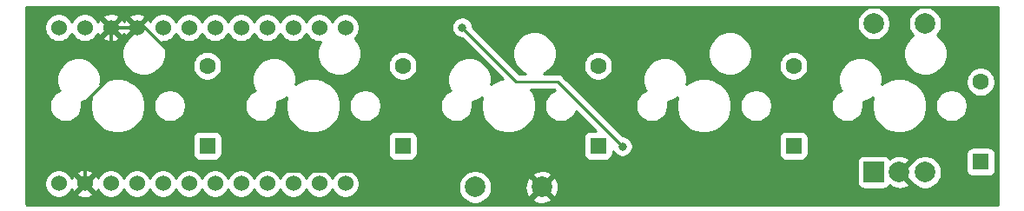
<source format=gtl>
%TF.GenerationSoftware,KiCad,Pcbnew,(5.1.10)-1*%
%TF.CreationDate,2021-09-25T16:03:37+01:00*%
%TF.ProjectId,piccolo-mini,70696363-6f6c-46f2-9d6d-696e692e6b69,rev?*%
%TF.SameCoordinates,Original*%
%TF.FileFunction,Copper,L1,Top*%
%TF.FilePolarity,Positive*%
%FSLAX46Y46*%
G04 Gerber Fmt 4.6, Leading zero omitted, Abs format (unit mm)*
G04 Created by KiCad (PCBNEW (5.1.10)-1) date 2021-09-25 16:03:37*
%MOMM*%
%LPD*%
G01*
G04 APERTURE LIST*
%TA.AperFunction,ComponentPad*%
%ADD10C,1.524000*%
%TD*%
%TA.AperFunction,ComponentPad*%
%ADD11R,2.000000X2.000000*%
%TD*%
%TA.AperFunction,ComponentPad*%
%ADD12C,2.000000*%
%TD*%
%TA.AperFunction,ComponentPad*%
%ADD13R,1.600000X1.600000*%
%TD*%
%TA.AperFunction,ComponentPad*%
%ADD14C,1.600000*%
%TD*%
%TA.AperFunction,ViaPad*%
%ADD15C,0.800000*%
%TD*%
%TA.AperFunction,Conductor*%
%ADD16C,0.250000*%
%TD*%
%TA.AperFunction,Conductor*%
%ADD17C,0.380000*%
%TD*%
%TA.AperFunction,Conductor*%
%ADD18C,0.254000*%
%TD*%
%TA.AperFunction,Conductor*%
%ADD19C,0.100000*%
%TD*%
G04 APERTURE END LIST*
D10*
%TO.P,U1,24*%
%TO.N,Net-(U1-Pad24)*%
X137953750Y-96381600D03*
%TO.P,U1,23*%
%TO.N,GND*%
X140493750Y-96381600D03*
%TO.P,U1,22*%
%TO.N,Reset*%
X143033750Y-96381600D03*
%TO.P,U1,21*%
%TO.N,VCC*%
X145573750Y-96381600D03*
%TO.P,U1,20*%
%TO.N,Net-(U1-Pad20)*%
X148113750Y-96381600D03*
%TO.P,U1,19*%
%TO.N,Net-(U1-Pad19)*%
X150653750Y-96381600D03*
%TO.P,U1,18*%
%TO.N,Net-(U1-Pad18)*%
X153193750Y-96381600D03*
%TO.P,U1,17*%
%TO.N,Net-(U1-Pad17)*%
X155733750Y-96381600D03*
%TO.P,U1,16*%
%TO.N,Net-(U1-Pad16)*%
X158273750Y-96381600D03*
%TO.P,U1,15*%
%TO.N,row0*%
X160813750Y-96381600D03*
%TO.P,U1,14*%
%TO.N,EncoderB*%
X163353750Y-96381600D03*
%TO.P,U1,13*%
%TO.N,EncoderA*%
X165893750Y-96381600D03*
%TO.P,U1,12*%
%TO.N,row1*%
X165893750Y-81161600D03*
%TO.P,U1,11*%
%TO.N,Net-(U1-Pad11)*%
X163353750Y-81161600D03*
%TO.P,U1,10*%
%TO.N,col2*%
X160813750Y-81161600D03*
%TO.P,U1,9*%
%TO.N,col1*%
X158273750Y-81161600D03*
%TO.P,U1,8*%
%TO.N,col0*%
X155733750Y-81161600D03*
%TO.P,U1,7*%
%TO.N,Net-(U1-Pad7)*%
X153193750Y-81161600D03*
%TO.P,U1,6*%
%TO.N,Net-(U1-Pad6)*%
X150653750Y-81161600D03*
%TO.P,U1,5*%
%TO.N,Net-(U1-Pad5)*%
X148113750Y-81161600D03*
%TO.P,U1,4*%
%TO.N,GND*%
X145573750Y-81161600D03*
%TO.P,U1,3*%
X143033750Y-81161600D03*
%TO.P,U1,2*%
%TO.N,Net-(U1-Pad2)*%
X140493750Y-81161600D03*
%TO.P,U1,1*%
%TO.N,Net-(U1-Pad1)*%
X137953750Y-81161600D03*
%TD*%
D11*
%TO.P,SW2,A*%
%TO.N,EncoderA*%
X217400500Y-95257000D03*
D12*
%TO.P,SW2,C*%
%TO.N,GND*%
X219900500Y-95257000D03*
%TO.P,SW2,B*%
%TO.N,EncoderB*%
X222400500Y-95257000D03*
%TO.P,SW2,S2*%
%TO.N,col1*%
X217400500Y-80757000D03*
%TO.P,SW2,S1*%
%TO.N,Net-(D5-Pad2)*%
X222400500Y-80757000D03*
%TD*%
%TO.P,SW1,2*%
%TO.N,GND*%
X185050500Y-96710500D03*
%TO.P,SW1,1*%
%TO.N,Reset*%
X178550500Y-96710500D03*
%TD*%
D13*
%TO.P,D5,1*%
%TO.N,row1*%
X227838000Y-94260500D03*
D14*
%TO.P,D5,2*%
%TO.N,Net-(D5-Pad2)*%
X227838000Y-86460500D03*
%TD*%
D13*
%TO.P,D4,1*%
%TO.N,row1*%
X209581750Y-92673000D03*
D14*
%TO.P,D4,2*%
%TO.N,Net-(D4-Pad2)*%
X209581750Y-84873000D03*
%TD*%
D13*
%TO.P,D3,1*%
%TO.N,row0*%
X190531750Y-92673000D03*
D14*
%TO.P,D3,2*%
%TO.N,Net-(D3-Pad2)*%
X190531750Y-84873000D03*
%TD*%
D13*
%TO.P,D2,1*%
%TO.N,row0*%
X171481750Y-92673000D03*
D14*
%TO.P,D2,2*%
%TO.N,Net-(D2-Pad2)*%
X171481750Y-84873000D03*
%TD*%
D13*
%TO.P,D1,1*%
%TO.N,row0*%
X152431750Y-92673000D03*
D14*
%TO.P,D1,2*%
%TO.N,Net-(D1-Pad2)*%
X152431750Y-84873000D03*
%TD*%
D15*
%TO.N,row1*%
X192913000Y-92741750D03*
X177292000Y-81153000D03*
%TO.N,GND*%
X171481750Y-95123000D03*
%TD*%
D16*
%TO.N,row1*%
X182536999Y-86397999D02*
X177292000Y-81153000D01*
X186569249Y-86397999D02*
X182536999Y-86397999D01*
X192913000Y-92741750D02*
X186569249Y-86397999D01*
D17*
%TO.N,GND*%
X143033750Y-85886952D02*
X143033750Y-81161600D01*
X140493750Y-88426952D02*
X143033750Y-85886952D01*
X140493750Y-96381600D02*
X140493750Y-88426952D01*
X145573750Y-81161600D02*
X143033750Y-81161600D01*
X160370188Y-95123000D02*
X171481750Y-95123000D01*
X146408788Y-81161600D02*
X160370188Y-95123000D01*
X145573750Y-81161600D02*
X146408788Y-81161600D01*
%TD*%
D18*
%TO.N,GND*%
X229450862Y-79119902D02*
X229475263Y-79127269D01*
X229497765Y-79139233D01*
X229517514Y-79155341D01*
X229533759Y-79174977D01*
X229545883Y-79197401D01*
X229553418Y-79221742D01*
X229559251Y-79277235D01*
X229559250Y-98265721D01*
X229553598Y-98323364D01*
X229546232Y-98347760D01*
X229534266Y-98370266D01*
X229518159Y-98390014D01*
X229498523Y-98406259D01*
X229476099Y-98418383D01*
X229451758Y-98425918D01*
X229396275Y-98431750D01*
X134906279Y-98431750D01*
X134848636Y-98426098D01*
X134824240Y-98418732D01*
X134801734Y-98406766D01*
X134781986Y-98390659D01*
X134765741Y-98371023D01*
X134753617Y-98348599D01*
X134746082Y-98324258D01*
X134740250Y-98268775D01*
X134740250Y-96244008D01*
X136556750Y-96244008D01*
X136556750Y-96519192D01*
X136610436Y-96789090D01*
X136715745Y-97043327D01*
X136868630Y-97272135D01*
X137063215Y-97466720D01*
X137292023Y-97619605D01*
X137546260Y-97724914D01*
X137816158Y-97778600D01*
X138091342Y-97778600D01*
X138361240Y-97724914D01*
X138615477Y-97619605D01*
X138844285Y-97466720D01*
X138963840Y-97347165D01*
X139707790Y-97347165D01*
X139774770Y-97587256D01*
X140023798Y-97704356D01*
X140290885Y-97770623D01*
X140565767Y-97783510D01*
X140837883Y-97742522D01*
X141096773Y-97649236D01*
X141212730Y-97587256D01*
X141279710Y-97347165D01*
X140493750Y-96561205D01*
X139707790Y-97347165D01*
X138963840Y-97347165D01*
X139038870Y-97272135D01*
X139191755Y-97043327D01*
X139221442Y-96971657D01*
X139226114Y-96984623D01*
X139288094Y-97100580D01*
X139528185Y-97167560D01*
X140314145Y-96381600D01*
X140673355Y-96381600D01*
X141459315Y-97167560D01*
X141699406Y-97100580D01*
X141763235Y-96964840D01*
X141795745Y-97043327D01*
X141948630Y-97272135D01*
X142143215Y-97466720D01*
X142372023Y-97619605D01*
X142626260Y-97724914D01*
X142896158Y-97778600D01*
X143171342Y-97778600D01*
X143441240Y-97724914D01*
X143695477Y-97619605D01*
X143924285Y-97466720D01*
X144118870Y-97272135D01*
X144271755Y-97043327D01*
X144303750Y-96966085D01*
X144335745Y-97043327D01*
X144488630Y-97272135D01*
X144683215Y-97466720D01*
X144912023Y-97619605D01*
X145166260Y-97724914D01*
X145436158Y-97778600D01*
X145711342Y-97778600D01*
X145981240Y-97724914D01*
X146235477Y-97619605D01*
X146464285Y-97466720D01*
X146658870Y-97272135D01*
X146811755Y-97043327D01*
X146843750Y-96966085D01*
X146875745Y-97043327D01*
X147028630Y-97272135D01*
X147223215Y-97466720D01*
X147452023Y-97619605D01*
X147706260Y-97724914D01*
X147976158Y-97778600D01*
X148251342Y-97778600D01*
X148521240Y-97724914D01*
X148775477Y-97619605D01*
X149004285Y-97466720D01*
X149198870Y-97272135D01*
X149351755Y-97043327D01*
X149383750Y-96966085D01*
X149415745Y-97043327D01*
X149568630Y-97272135D01*
X149763215Y-97466720D01*
X149992023Y-97619605D01*
X150246260Y-97724914D01*
X150516158Y-97778600D01*
X150791342Y-97778600D01*
X151061240Y-97724914D01*
X151315477Y-97619605D01*
X151544285Y-97466720D01*
X151738870Y-97272135D01*
X151891755Y-97043327D01*
X151923750Y-96966085D01*
X151955745Y-97043327D01*
X152108630Y-97272135D01*
X152303215Y-97466720D01*
X152532023Y-97619605D01*
X152786260Y-97724914D01*
X153056158Y-97778600D01*
X153331342Y-97778600D01*
X153601240Y-97724914D01*
X153855477Y-97619605D01*
X154084285Y-97466720D01*
X154278870Y-97272135D01*
X154431755Y-97043327D01*
X154463750Y-96966085D01*
X154495745Y-97043327D01*
X154648630Y-97272135D01*
X154843215Y-97466720D01*
X155072023Y-97619605D01*
X155326260Y-97724914D01*
X155596158Y-97778600D01*
X155871342Y-97778600D01*
X156141240Y-97724914D01*
X156395477Y-97619605D01*
X156624285Y-97466720D01*
X156818870Y-97272135D01*
X156971755Y-97043327D01*
X157003750Y-96966085D01*
X157035745Y-97043327D01*
X157188630Y-97272135D01*
X157383215Y-97466720D01*
X157612023Y-97619605D01*
X157866260Y-97724914D01*
X158136158Y-97778600D01*
X158411342Y-97778600D01*
X158681240Y-97724914D01*
X158935477Y-97619605D01*
X159164285Y-97466720D01*
X159358870Y-97272135D01*
X159511755Y-97043327D01*
X159543750Y-96966085D01*
X159575745Y-97043327D01*
X159728630Y-97272135D01*
X159923215Y-97466720D01*
X160152023Y-97619605D01*
X160406260Y-97724914D01*
X160676158Y-97778600D01*
X160951342Y-97778600D01*
X161221240Y-97724914D01*
X161475477Y-97619605D01*
X161704285Y-97466720D01*
X161898870Y-97272135D01*
X162051755Y-97043327D01*
X162083750Y-96966085D01*
X162115745Y-97043327D01*
X162268630Y-97272135D01*
X162463215Y-97466720D01*
X162692023Y-97619605D01*
X162946260Y-97724914D01*
X163216158Y-97778600D01*
X163491342Y-97778600D01*
X163761240Y-97724914D01*
X164015477Y-97619605D01*
X164244285Y-97466720D01*
X164438870Y-97272135D01*
X164591755Y-97043327D01*
X164623750Y-96966085D01*
X164655745Y-97043327D01*
X164808630Y-97272135D01*
X165003215Y-97466720D01*
X165232023Y-97619605D01*
X165486260Y-97724914D01*
X165756158Y-97778600D01*
X166031342Y-97778600D01*
X166301240Y-97724914D01*
X166555477Y-97619605D01*
X166784285Y-97466720D01*
X166978870Y-97272135D01*
X167131755Y-97043327D01*
X167237064Y-96789090D01*
X167284727Y-96549467D01*
X176915500Y-96549467D01*
X176915500Y-96871533D01*
X176978332Y-97187412D01*
X177101582Y-97484963D01*
X177280513Y-97752752D01*
X177508248Y-97980487D01*
X177776037Y-98159418D01*
X178073588Y-98282668D01*
X178389467Y-98345500D01*
X178711533Y-98345500D01*
X179027412Y-98282668D01*
X179324963Y-98159418D01*
X179592752Y-97980487D01*
X179727326Y-97845913D01*
X184094692Y-97845913D01*
X184190456Y-98110314D01*
X184480071Y-98251204D01*
X184791608Y-98332884D01*
X185113095Y-98352218D01*
X185432175Y-98308461D01*
X185736588Y-98203295D01*
X185910544Y-98110314D01*
X186006308Y-97845913D01*
X185050500Y-96890105D01*
X184094692Y-97845913D01*
X179727326Y-97845913D01*
X179820487Y-97752752D01*
X179999418Y-97484963D01*
X180122668Y-97187412D01*
X180185500Y-96871533D01*
X180185500Y-96773095D01*
X183408782Y-96773095D01*
X183452539Y-97092175D01*
X183557705Y-97396588D01*
X183650686Y-97570544D01*
X183915087Y-97666308D01*
X184870895Y-96710500D01*
X185230105Y-96710500D01*
X186185913Y-97666308D01*
X186450314Y-97570544D01*
X186591204Y-97280929D01*
X186672884Y-96969392D01*
X186692218Y-96647905D01*
X186648461Y-96328825D01*
X186543295Y-96024412D01*
X186450314Y-95850456D01*
X186185913Y-95754692D01*
X185230105Y-96710500D01*
X184870895Y-96710500D01*
X183915087Y-95754692D01*
X183650686Y-95850456D01*
X183509796Y-96140071D01*
X183428116Y-96451608D01*
X183408782Y-96773095D01*
X180185500Y-96773095D01*
X180185500Y-96549467D01*
X180122668Y-96233588D01*
X179999418Y-95936037D01*
X179820487Y-95668248D01*
X179727326Y-95575087D01*
X184094692Y-95575087D01*
X185050500Y-96530895D01*
X186006308Y-95575087D01*
X185910544Y-95310686D01*
X185620929Y-95169796D01*
X185309392Y-95088116D01*
X184987905Y-95068782D01*
X184668825Y-95112539D01*
X184364412Y-95217705D01*
X184190456Y-95310686D01*
X184094692Y-95575087D01*
X179727326Y-95575087D01*
X179592752Y-95440513D01*
X179324963Y-95261582D01*
X179027412Y-95138332D01*
X178711533Y-95075500D01*
X178389467Y-95075500D01*
X178073588Y-95138332D01*
X177776037Y-95261582D01*
X177508248Y-95440513D01*
X177280513Y-95668248D01*
X177101582Y-95936037D01*
X176978332Y-96233588D01*
X176915500Y-96549467D01*
X167284727Y-96549467D01*
X167290750Y-96519192D01*
X167290750Y-96244008D01*
X167237064Y-95974110D01*
X167131755Y-95719873D01*
X166978870Y-95491065D01*
X166784285Y-95296480D01*
X166555477Y-95143595D01*
X166301240Y-95038286D01*
X166031342Y-94984600D01*
X165756158Y-94984600D01*
X165486260Y-95038286D01*
X165232023Y-95143595D01*
X165003215Y-95296480D01*
X164808630Y-95491065D01*
X164655745Y-95719873D01*
X164623750Y-95797115D01*
X164591755Y-95719873D01*
X164438870Y-95491065D01*
X164244285Y-95296480D01*
X164015477Y-95143595D01*
X163761240Y-95038286D01*
X163491342Y-94984600D01*
X163216158Y-94984600D01*
X162946260Y-95038286D01*
X162692023Y-95143595D01*
X162463215Y-95296480D01*
X162268630Y-95491065D01*
X162115745Y-95719873D01*
X162083750Y-95797115D01*
X162051755Y-95719873D01*
X161898870Y-95491065D01*
X161704285Y-95296480D01*
X161475477Y-95143595D01*
X161221240Y-95038286D01*
X160951342Y-94984600D01*
X160676158Y-94984600D01*
X160406260Y-95038286D01*
X160152023Y-95143595D01*
X159923215Y-95296480D01*
X159728630Y-95491065D01*
X159575745Y-95719873D01*
X159543750Y-95797115D01*
X159511755Y-95719873D01*
X159358870Y-95491065D01*
X159164285Y-95296480D01*
X158935477Y-95143595D01*
X158681240Y-95038286D01*
X158411342Y-94984600D01*
X158136158Y-94984600D01*
X157866260Y-95038286D01*
X157612023Y-95143595D01*
X157383215Y-95296480D01*
X157188630Y-95491065D01*
X157035745Y-95719873D01*
X157003750Y-95797115D01*
X156971755Y-95719873D01*
X156818870Y-95491065D01*
X156624285Y-95296480D01*
X156395477Y-95143595D01*
X156141240Y-95038286D01*
X155871342Y-94984600D01*
X155596158Y-94984600D01*
X155326260Y-95038286D01*
X155072023Y-95143595D01*
X154843215Y-95296480D01*
X154648630Y-95491065D01*
X154495745Y-95719873D01*
X154463750Y-95797115D01*
X154431755Y-95719873D01*
X154278870Y-95491065D01*
X154084285Y-95296480D01*
X153855477Y-95143595D01*
X153601240Y-95038286D01*
X153331342Y-94984600D01*
X153056158Y-94984600D01*
X152786260Y-95038286D01*
X152532023Y-95143595D01*
X152303215Y-95296480D01*
X152108630Y-95491065D01*
X151955745Y-95719873D01*
X151923750Y-95797115D01*
X151891755Y-95719873D01*
X151738870Y-95491065D01*
X151544285Y-95296480D01*
X151315477Y-95143595D01*
X151061240Y-95038286D01*
X150791342Y-94984600D01*
X150516158Y-94984600D01*
X150246260Y-95038286D01*
X149992023Y-95143595D01*
X149763215Y-95296480D01*
X149568630Y-95491065D01*
X149415745Y-95719873D01*
X149383750Y-95797115D01*
X149351755Y-95719873D01*
X149198870Y-95491065D01*
X149004285Y-95296480D01*
X148775477Y-95143595D01*
X148521240Y-95038286D01*
X148251342Y-94984600D01*
X147976158Y-94984600D01*
X147706260Y-95038286D01*
X147452023Y-95143595D01*
X147223215Y-95296480D01*
X147028630Y-95491065D01*
X146875745Y-95719873D01*
X146843750Y-95797115D01*
X146811755Y-95719873D01*
X146658870Y-95491065D01*
X146464285Y-95296480D01*
X146235477Y-95143595D01*
X145981240Y-95038286D01*
X145711342Y-94984600D01*
X145436158Y-94984600D01*
X145166260Y-95038286D01*
X144912023Y-95143595D01*
X144683215Y-95296480D01*
X144488630Y-95491065D01*
X144335745Y-95719873D01*
X144303750Y-95797115D01*
X144271755Y-95719873D01*
X144118870Y-95491065D01*
X143924285Y-95296480D01*
X143695477Y-95143595D01*
X143441240Y-95038286D01*
X143171342Y-94984600D01*
X142896158Y-94984600D01*
X142626260Y-95038286D01*
X142372023Y-95143595D01*
X142143215Y-95296480D01*
X141948630Y-95491065D01*
X141795745Y-95719873D01*
X141766058Y-95791543D01*
X141761386Y-95778577D01*
X141699406Y-95662620D01*
X141459315Y-95595640D01*
X140673355Y-96381600D01*
X140314145Y-96381600D01*
X139528185Y-95595640D01*
X139288094Y-95662620D01*
X139224265Y-95798360D01*
X139191755Y-95719873D01*
X139038870Y-95491065D01*
X138963840Y-95416035D01*
X139707790Y-95416035D01*
X140493750Y-96201995D01*
X141279710Y-95416035D01*
X141212730Y-95175944D01*
X140963702Y-95058844D01*
X140696615Y-94992577D01*
X140421733Y-94979690D01*
X140149617Y-95020678D01*
X139890727Y-95113964D01*
X139774770Y-95175944D01*
X139707790Y-95416035D01*
X138963840Y-95416035D01*
X138844285Y-95296480D01*
X138615477Y-95143595D01*
X138361240Y-95038286D01*
X138091342Y-94984600D01*
X137816158Y-94984600D01*
X137546260Y-95038286D01*
X137292023Y-95143595D01*
X137063215Y-95296480D01*
X136868630Y-95491065D01*
X136715745Y-95719873D01*
X136610436Y-95974110D01*
X136556750Y-96244008D01*
X134740250Y-96244008D01*
X134740250Y-94257000D01*
X215762428Y-94257000D01*
X215762428Y-96257000D01*
X215774688Y-96381482D01*
X215810998Y-96501180D01*
X215869963Y-96611494D01*
X215949315Y-96708185D01*
X216046006Y-96787537D01*
X216156320Y-96846502D01*
X216276018Y-96882812D01*
X216400500Y-96895072D01*
X218400500Y-96895072D01*
X218524982Y-96882812D01*
X218644680Y-96846502D01*
X218754994Y-96787537D01*
X218851685Y-96708185D01*
X218931037Y-96611494D01*
X218986476Y-96507777D01*
X219040456Y-96656814D01*
X219330071Y-96797704D01*
X219641608Y-96879384D01*
X219963095Y-96898718D01*
X220282175Y-96854961D01*
X220586588Y-96749795D01*
X220760544Y-96656814D01*
X220856308Y-96392413D01*
X219900500Y-95436605D01*
X219886358Y-95450748D01*
X219706753Y-95271143D01*
X219720895Y-95257000D01*
X220080105Y-95257000D01*
X221035913Y-96212808D01*
X221065575Y-96202065D01*
X221130513Y-96299252D01*
X221358248Y-96526987D01*
X221626037Y-96705918D01*
X221923588Y-96829168D01*
X222239467Y-96892000D01*
X222561533Y-96892000D01*
X222877412Y-96829168D01*
X223174963Y-96705918D01*
X223442752Y-96526987D01*
X223670487Y-96299252D01*
X223849418Y-96031463D01*
X223972668Y-95733912D01*
X224035500Y-95418033D01*
X224035500Y-95095967D01*
X223972668Y-94780088D01*
X223849418Y-94482537D01*
X223670487Y-94214748D01*
X223442752Y-93987013D01*
X223174963Y-93808082D01*
X222877412Y-93684832D01*
X222561533Y-93622000D01*
X222239467Y-93622000D01*
X221923588Y-93684832D01*
X221626037Y-93808082D01*
X221358248Y-93987013D01*
X221130513Y-94214748D01*
X221065575Y-94311935D01*
X221035913Y-94301192D01*
X220080105Y-95257000D01*
X219720895Y-95257000D01*
X219706753Y-95242858D01*
X219886358Y-95063253D01*
X219900500Y-95077395D01*
X220856308Y-94121587D01*
X220760544Y-93857186D01*
X220470929Y-93716296D01*
X220159392Y-93634616D01*
X219837905Y-93615282D01*
X219518825Y-93659039D01*
X219214412Y-93764205D01*
X219040456Y-93857186D01*
X218986476Y-94006223D01*
X218931037Y-93902506D01*
X218851685Y-93805815D01*
X218754994Y-93726463D01*
X218644680Y-93667498D01*
X218524982Y-93631188D01*
X218400500Y-93618928D01*
X216400500Y-93618928D01*
X216276018Y-93631188D01*
X216156320Y-93667498D01*
X216046006Y-93726463D01*
X215949315Y-93805815D01*
X215869963Y-93902506D01*
X215810998Y-94012820D01*
X215774688Y-94132518D01*
X215762428Y-94257000D01*
X134740250Y-94257000D01*
X134740250Y-91873000D01*
X150993678Y-91873000D01*
X150993678Y-93473000D01*
X151005938Y-93597482D01*
X151042248Y-93717180D01*
X151101213Y-93827494D01*
X151180565Y-93924185D01*
X151277256Y-94003537D01*
X151387570Y-94062502D01*
X151507268Y-94098812D01*
X151631750Y-94111072D01*
X153231750Y-94111072D01*
X153356232Y-94098812D01*
X153475930Y-94062502D01*
X153586244Y-94003537D01*
X153682935Y-93924185D01*
X153762287Y-93827494D01*
X153821252Y-93717180D01*
X153857562Y-93597482D01*
X153869822Y-93473000D01*
X153869822Y-91873000D01*
X170043678Y-91873000D01*
X170043678Y-93473000D01*
X170055938Y-93597482D01*
X170092248Y-93717180D01*
X170151213Y-93827494D01*
X170230565Y-93924185D01*
X170327256Y-94003537D01*
X170437570Y-94062502D01*
X170557268Y-94098812D01*
X170681750Y-94111072D01*
X172281750Y-94111072D01*
X172406232Y-94098812D01*
X172525930Y-94062502D01*
X172636244Y-94003537D01*
X172732935Y-93924185D01*
X172812287Y-93827494D01*
X172871252Y-93717180D01*
X172907562Y-93597482D01*
X172919822Y-93473000D01*
X172919822Y-91873000D01*
X172907562Y-91748518D01*
X172871252Y-91628820D01*
X172812287Y-91518506D01*
X172732935Y-91421815D01*
X172636244Y-91342463D01*
X172525930Y-91283498D01*
X172406232Y-91247188D01*
X172281750Y-91234928D01*
X170681750Y-91234928D01*
X170557268Y-91247188D01*
X170437570Y-91283498D01*
X170327256Y-91342463D01*
X170230565Y-91421815D01*
X170151213Y-91518506D01*
X170092248Y-91628820D01*
X170055938Y-91748518D01*
X170043678Y-91873000D01*
X153869822Y-91873000D01*
X153857562Y-91748518D01*
X153821252Y-91628820D01*
X153762287Y-91518506D01*
X153682935Y-91421815D01*
X153586244Y-91342463D01*
X153475930Y-91283498D01*
X153356232Y-91247188D01*
X153231750Y-91234928D01*
X151631750Y-91234928D01*
X151507268Y-91247188D01*
X151387570Y-91283498D01*
X151277256Y-91342463D01*
X151180565Y-91421815D01*
X151101213Y-91518506D01*
X151042248Y-91628820D01*
X151005938Y-91748518D01*
X150993678Y-91873000D01*
X134740250Y-91873000D01*
X134740250Y-88616891D01*
X137035500Y-88616891D01*
X137035500Y-88929109D01*
X137096411Y-89235327D01*
X137215891Y-89523779D01*
X137389350Y-89783379D01*
X137610121Y-90004150D01*
X137869721Y-90177609D01*
X138158173Y-90297089D01*
X138464391Y-90358000D01*
X138776609Y-90358000D01*
X139082827Y-90297089D01*
X139371279Y-90177609D01*
X139630879Y-90004150D01*
X139851650Y-89783379D01*
X140025109Y-89523779D01*
X140144589Y-89235327D01*
X140205500Y-88929109D01*
X140205500Y-88616891D01*
X140153891Y-88357435D01*
X140513256Y-88285953D01*
X140901802Y-88125012D01*
X141124248Y-87976378D01*
X141118683Y-87989814D01*
X141015500Y-88508551D01*
X141015500Y-89037449D01*
X141118683Y-89556186D01*
X141321083Y-90044825D01*
X141614924Y-90484588D01*
X141988912Y-90858576D01*
X142428675Y-91152417D01*
X142917314Y-91354817D01*
X143436051Y-91458000D01*
X143964949Y-91458000D01*
X144483686Y-91354817D01*
X144972325Y-91152417D01*
X145412088Y-90858576D01*
X145786076Y-90484588D01*
X146079917Y-90044825D01*
X146282317Y-89556186D01*
X146385500Y-89037449D01*
X146385500Y-88616891D01*
X147195500Y-88616891D01*
X147195500Y-88929109D01*
X147256411Y-89235327D01*
X147375891Y-89523779D01*
X147549350Y-89783379D01*
X147770121Y-90004150D01*
X148029721Y-90177609D01*
X148318173Y-90297089D01*
X148624391Y-90358000D01*
X148936609Y-90358000D01*
X149242827Y-90297089D01*
X149531279Y-90177609D01*
X149790879Y-90004150D01*
X150011650Y-89783379D01*
X150185109Y-89523779D01*
X150304589Y-89235327D01*
X150365500Y-88929109D01*
X150365500Y-88616891D01*
X156085500Y-88616891D01*
X156085500Y-88929109D01*
X156146411Y-89235327D01*
X156265891Y-89523779D01*
X156439350Y-89783379D01*
X156660121Y-90004150D01*
X156919721Y-90177609D01*
X157208173Y-90297089D01*
X157514391Y-90358000D01*
X157826609Y-90358000D01*
X158132827Y-90297089D01*
X158421279Y-90177609D01*
X158680879Y-90004150D01*
X158901650Y-89783379D01*
X159075109Y-89523779D01*
X159194589Y-89235327D01*
X159255500Y-88929109D01*
X159255500Y-88616891D01*
X159203891Y-88357435D01*
X159563256Y-88285953D01*
X159951802Y-88125012D01*
X160174248Y-87976378D01*
X160168683Y-87989814D01*
X160065500Y-88508551D01*
X160065500Y-89037449D01*
X160168683Y-89556186D01*
X160371083Y-90044825D01*
X160664924Y-90484588D01*
X161038912Y-90858576D01*
X161478675Y-91152417D01*
X161967314Y-91354817D01*
X162486051Y-91458000D01*
X163014949Y-91458000D01*
X163533686Y-91354817D01*
X164022325Y-91152417D01*
X164462088Y-90858576D01*
X164836076Y-90484588D01*
X165129917Y-90044825D01*
X165332317Y-89556186D01*
X165435500Y-89037449D01*
X165435500Y-88616891D01*
X166245500Y-88616891D01*
X166245500Y-88929109D01*
X166306411Y-89235327D01*
X166425891Y-89523779D01*
X166599350Y-89783379D01*
X166820121Y-90004150D01*
X167079721Y-90177609D01*
X167368173Y-90297089D01*
X167674391Y-90358000D01*
X167986609Y-90358000D01*
X168292827Y-90297089D01*
X168581279Y-90177609D01*
X168840879Y-90004150D01*
X169061650Y-89783379D01*
X169235109Y-89523779D01*
X169354589Y-89235327D01*
X169415500Y-88929109D01*
X169415500Y-88616891D01*
X175135500Y-88616891D01*
X175135500Y-88929109D01*
X175196411Y-89235327D01*
X175315891Y-89523779D01*
X175489350Y-89783379D01*
X175710121Y-90004150D01*
X175969721Y-90177609D01*
X176258173Y-90297089D01*
X176564391Y-90358000D01*
X176876609Y-90358000D01*
X177182827Y-90297089D01*
X177471279Y-90177609D01*
X177730879Y-90004150D01*
X177951650Y-89783379D01*
X178125109Y-89523779D01*
X178244589Y-89235327D01*
X178305500Y-88929109D01*
X178305500Y-88616891D01*
X178253891Y-88357435D01*
X178613256Y-88285953D01*
X179001802Y-88125012D01*
X179224248Y-87976378D01*
X179218683Y-87989814D01*
X179115500Y-88508551D01*
X179115500Y-89037449D01*
X179218683Y-89556186D01*
X179421083Y-90044825D01*
X179714924Y-90484588D01*
X180088912Y-90858576D01*
X180528675Y-91152417D01*
X181017314Y-91354817D01*
X181536051Y-91458000D01*
X182064949Y-91458000D01*
X182583686Y-91354817D01*
X183072325Y-91152417D01*
X183512088Y-90858576D01*
X183886076Y-90484588D01*
X184179917Y-90044825D01*
X184382317Y-89556186D01*
X184485500Y-89037449D01*
X184485500Y-88508551D01*
X184382317Y-87989814D01*
X184179917Y-87501175D01*
X183950614Y-87157999D01*
X186254448Y-87157999D01*
X186366686Y-87270237D01*
X186129721Y-87368391D01*
X185870121Y-87541850D01*
X185649350Y-87762621D01*
X185475891Y-88022221D01*
X185356411Y-88310673D01*
X185295500Y-88616891D01*
X185295500Y-88929109D01*
X185356411Y-89235327D01*
X185475891Y-89523779D01*
X185649350Y-89783379D01*
X185870121Y-90004150D01*
X186129721Y-90177609D01*
X186418173Y-90297089D01*
X186724391Y-90358000D01*
X187036609Y-90358000D01*
X187342827Y-90297089D01*
X187631279Y-90177609D01*
X187890879Y-90004150D01*
X188111650Y-89783379D01*
X188285109Y-89523779D01*
X188383263Y-89286814D01*
X190331376Y-91234928D01*
X189731750Y-91234928D01*
X189607268Y-91247188D01*
X189487570Y-91283498D01*
X189377256Y-91342463D01*
X189280565Y-91421815D01*
X189201213Y-91518506D01*
X189142248Y-91628820D01*
X189105938Y-91748518D01*
X189093678Y-91873000D01*
X189093678Y-93473000D01*
X189105938Y-93597482D01*
X189142248Y-93717180D01*
X189201213Y-93827494D01*
X189280565Y-93924185D01*
X189377256Y-94003537D01*
X189487570Y-94062502D01*
X189607268Y-94098812D01*
X189731750Y-94111072D01*
X191331750Y-94111072D01*
X191456232Y-94098812D01*
X191575930Y-94062502D01*
X191686244Y-94003537D01*
X191782935Y-93924185D01*
X191862287Y-93827494D01*
X191921252Y-93717180D01*
X191957562Y-93597482D01*
X191969822Y-93473000D01*
X191969822Y-93169302D01*
X191995795Y-93232006D01*
X192109063Y-93401524D01*
X192253226Y-93545687D01*
X192422744Y-93658955D01*
X192611102Y-93736976D01*
X192811061Y-93776750D01*
X193014939Y-93776750D01*
X193214898Y-93736976D01*
X193403256Y-93658955D01*
X193572774Y-93545687D01*
X193716937Y-93401524D01*
X193830205Y-93232006D01*
X193908226Y-93043648D01*
X193948000Y-92843689D01*
X193948000Y-92639811D01*
X193908226Y-92439852D01*
X193830205Y-92251494D01*
X193716937Y-92081976D01*
X193572774Y-91937813D01*
X193475775Y-91873000D01*
X208143678Y-91873000D01*
X208143678Y-93473000D01*
X208155938Y-93597482D01*
X208192248Y-93717180D01*
X208251213Y-93827494D01*
X208330565Y-93924185D01*
X208427256Y-94003537D01*
X208537570Y-94062502D01*
X208657268Y-94098812D01*
X208781750Y-94111072D01*
X210381750Y-94111072D01*
X210506232Y-94098812D01*
X210625930Y-94062502D01*
X210736244Y-94003537D01*
X210832935Y-93924185D01*
X210912287Y-93827494D01*
X210971252Y-93717180D01*
X211007562Y-93597482D01*
X211019822Y-93473000D01*
X211019822Y-93460500D01*
X226399928Y-93460500D01*
X226399928Y-95060500D01*
X226412188Y-95184982D01*
X226448498Y-95304680D01*
X226507463Y-95414994D01*
X226586815Y-95511685D01*
X226683506Y-95591037D01*
X226793820Y-95650002D01*
X226913518Y-95686312D01*
X227038000Y-95698572D01*
X228638000Y-95698572D01*
X228762482Y-95686312D01*
X228882180Y-95650002D01*
X228992494Y-95591037D01*
X229089185Y-95511685D01*
X229168537Y-95414994D01*
X229227502Y-95304680D01*
X229263812Y-95184982D01*
X229276072Y-95060500D01*
X229276072Y-93460500D01*
X229263812Y-93336018D01*
X229227502Y-93216320D01*
X229168537Y-93106006D01*
X229089185Y-93009315D01*
X228992494Y-92929963D01*
X228882180Y-92870998D01*
X228762482Y-92834688D01*
X228638000Y-92822428D01*
X227038000Y-92822428D01*
X226913518Y-92834688D01*
X226793820Y-92870998D01*
X226683506Y-92929963D01*
X226586815Y-93009315D01*
X226507463Y-93106006D01*
X226448498Y-93216320D01*
X226412188Y-93336018D01*
X226399928Y-93460500D01*
X211019822Y-93460500D01*
X211019822Y-91873000D01*
X211007562Y-91748518D01*
X210971252Y-91628820D01*
X210912287Y-91518506D01*
X210832935Y-91421815D01*
X210736244Y-91342463D01*
X210625930Y-91283498D01*
X210506232Y-91247188D01*
X210381750Y-91234928D01*
X208781750Y-91234928D01*
X208657268Y-91247188D01*
X208537570Y-91283498D01*
X208427256Y-91342463D01*
X208330565Y-91421815D01*
X208251213Y-91518506D01*
X208192248Y-91628820D01*
X208155938Y-91748518D01*
X208143678Y-91873000D01*
X193475775Y-91873000D01*
X193403256Y-91824545D01*
X193214898Y-91746524D01*
X193014939Y-91706750D01*
X192952802Y-91706750D01*
X189862943Y-88616891D01*
X194185500Y-88616891D01*
X194185500Y-88929109D01*
X194246411Y-89235327D01*
X194365891Y-89523779D01*
X194539350Y-89783379D01*
X194760121Y-90004150D01*
X195019721Y-90177609D01*
X195308173Y-90297089D01*
X195614391Y-90358000D01*
X195926609Y-90358000D01*
X196232827Y-90297089D01*
X196521279Y-90177609D01*
X196780879Y-90004150D01*
X197001650Y-89783379D01*
X197175109Y-89523779D01*
X197294589Y-89235327D01*
X197355500Y-88929109D01*
X197355500Y-88616891D01*
X197303891Y-88357435D01*
X197663256Y-88285953D01*
X198051802Y-88125012D01*
X198274248Y-87976378D01*
X198268683Y-87989814D01*
X198165500Y-88508551D01*
X198165500Y-89037449D01*
X198268683Y-89556186D01*
X198471083Y-90044825D01*
X198764924Y-90484588D01*
X199138912Y-90858576D01*
X199578675Y-91152417D01*
X200067314Y-91354817D01*
X200586051Y-91458000D01*
X201114949Y-91458000D01*
X201633686Y-91354817D01*
X202122325Y-91152417D01*
X202562088Y-90858576D01*
X202936076Y-90484588D01*
X203229917Y-90044825D01*
X203432317Y-89556186D01*
X203535500Y-89037449D01*
X203535500Y-88616891D01*
X204345500Y-88616891D01*
X204345500Y-88929109D01*
X204406411Y-89235327D01*
X204525891Y-89523779D01*
X204699350Y-89783379D01*
X204920121Y-90004150D01*
X205179721Y-90177609D01*
X205468173Y-90297089D01*
X205774391Y-90358000D01*
X206086609Y-90358000D01*
X206392827Y-90297089D01*
X206681279Y-90177609D01*
X206940879Y-90004150D01*
X207161650Y-89783379D01*
X207335109Y-89523779D01*
X207454589Y-89235327D01*
X207515500Y-88929109D01*
X207515500Y-88616891D01*
X213235500Y-88616891D01*
X213235500Y-88929109D01*
X213296411Y-89235327D01*
X213415891Y-89523779D01*
X213589350Y-89783379D01*
X213810121Y-90004150D01*
X214069721Y-90177609D01*
X214358173Y-90297089D01*
X214664391Y-90358000D01*
X214976609Y-90358000D01*
X215282827Y-90297089D01*
X215571279Y-90177609D01*
X215830879Y-90004150D01*
X216051650Y-89783379D01*
X216225109Y-89523779D01*
X216344589Y-89235327D01*
X216405500Y-88929109D01*
X216405500Y-88616891D01*
X216353891Y-88357435D01*
X216713256Y-88285953D01*
X217101802Y-88125012D01*
X217324248Y-87976378D01*
X217318683Y-87989814D01*
X217215500Y-88508551D01*
X217215500Y-89037449D01*
X217318683Y-89556186D01*
X217521083Y-90044825D01*
X217814924Y-90484588D01*
X218188912Y-90858576D01*
X218628675Y-91152417D01*
X219117314Y-91354817D01*
X219636051Y-91458000D01*
X220164949Y-91458000D01*
X220683686Y-91354817D01*
X221172325Y-91152417D01*
X221612088Y-90858576D01*
X221986076Y-90484588D01*
X222279917Y-90044825D01*
X222482317Y-89556186D01*
X222585500Y-89037449D01*
X222585500Y-88616891D01*
X223395500Y-88616891D01*
X223395500Y-88929109D01*
X223456411Y-89235327D01*
X223575891Y-89523779D01*
X223749350Y-89783379D01*
X223970121Y-90004150D01*
X224229721Y-90177609D01*
X224518173Y-90297089D01*
X224824391Y-90358000D01*
X225136609Y-90358000D01*
X225442827Y-90297089D01*
X225731279Y-90177609D01*
X225990879Y-90004150D01*
X226211650Y-89783379D01*
X226385109Y-89523779D01*
X226504589Y-89235327D01*
X226565500Y-88929109D01*
X226565500Y-88616891D01*
X226504589Y-88310673D01*
X226385109Y-88022221D01*
X226211650Y-87762621D01*
X225990879Y-87541850D01*
X225731279Y-87368391D01*
X225442827Y-87248911D01*
X225136609Y-87188000D01*
X224824391Y-87188000D01*
X224518173Y-87248911D01*
X224229721Y-87368391D01*
X223970121Y-87541850D01*
X223749350Y-87762621D01*
X223575891Y-88022221D01*
X223456411Y-88310673D01*
X223395500Y-88616891D01*
X222585500Y-88616891D01*
X222585500Y-88508551D01*
X222482317Y-87989814D01*
X222279917Y-87501175D01*
X221986076Y-87061412D01*
X221612088Y-86687424D01*
X221172325Y-86393583D01*
X220992664Y-86319165D01*
X226403000Y-86319165D01*
X226403000Y-86601835D01*
X226458147Y-86879074D01*
X226566320Y-87140227D01*
X226723363Y-87375259D01*
X226923241Y-87575137D01*
X227158273Y-87732180D01*
X227419426Y-87840353D01*
X227696665Y-87895500D01*
X227979335Y-87895500D01*
X228256574Y-87840353D01*
X228517727Y-87732180D01*
X228752759Y-87575137D01*
X228952637Y-87375259D01*
X229109680Y-87140227D01*
X229217853Y-86879074D01*
X229273000Y-86601835D01*
X229273000Y-86319165D01*
X229217853Y-86041926D01*
X229109680Y-85780773D01*
X228952637Y-85545741D01*
X228752759Y-85345863D01*
X228517727Y-85188820D01*
X228256574Y-85080647D01*
X227979335Y-85025500D01*
X227696665Y-85025500D01*
X227419426Y-85080647D01*
X227158273Y-85188820D01*
X226923241Y-85345863D01*
X226723363Y-85545741D01*
X226566320Y-85780773D01*
X226458147Y-86041926D01*
X226403000Y-86319165D01*
X220992664Y-86319165D01*
X220683686Y-86191183D01*
X220164949Y-86088000D01*
X219636051Y-86088000D01*
X219117314Y-86191183D01*
X218628675Y-86393583D01*
X218188912Y-86687424D01*
X218173963Y-86702373D01*
X218225500Y-86443279D01*
X218225500Y-86022721D01*
X218143453Y-85610244D01*
X217982512Y-85221698D01*
X217748863Y-84872017D01*
X217451483Y-84574637D01*
X217101802Y-84340988D01*
X216713256Y-84180047D01*
X216300779Y-84098000D01*
X215880221Y-84098000D01*
X215467744Y-84180047D01*
X215079198Y-84340988D01*
X214729517Y-84574637D01*
X214432137Y-84872017D01*
X214198488Y-85221698D01*
X214037547Y-85610244D01*
X213955500Y-86022721D01*
X213955500Y-86443279D01*
X214037547Y-86855756D01*
X214198488Y-87244302D01*
X214235515Y-87299717D01*
X214069721Y-87368391D01*
X213810121Y-87541850D01*
X213589350Y-87762621D01*
X213415891Y-88022221D01*
X213296411Y-88310673D01*
X213235500Y-88616891D01*
X207515500Y-88616891D01*
X207454589Y-88310673D01*
X207335109Y-88022221D01*
X207161650Y-87762621D01*
X206940879Y-87541850D01*
X206681279Y-87368391D01*
X206392827Y-87248911D01*
X206086609Y-87188000D01*
X205774391Y-87188000D01*
X205468173Y-87248911D01*
X205179721Y-87368391D01*
X204920121Y-87541850D01*
X204699350Y-87762621D01*
X204525891Y-88022221D01*
X204406411Y-88310673D01*
X204345500Y-88616891D01*
X203535500Y-88616891D01*
X203535500Y-88508551D01*
X203432317Y-87989814D01*
X203229917Y-87501175D01*
X202936076Y-87061412D01*
X202562088Y-86687424D01*
X202122325Y-86393583D01*
X201633686Y-86191183D01*
X201114949Y-86088000D01*
X200586051Y-86088000D01*
X200067314Y-86191183D01*
X199578675Y-86393583D01*
X199138912Y-86687424D01*
X199123963Y-86702373D01*
X199175500Y-86443279D01*
X199175500Y-86022721D01*
X199093453Y-85610244D01*
X198932512Y-85221698D01*
X198698863Y-84872017D01*
X198401483Y-84574637D01*
X198051802Y-84340988D01*
X197663256Y-84180047D01*
X197250779Y-84098000D01*
X196830221Y-84098000D01*
X196417744Y-84180047D01*
X196029198Y-84340988D01*
X195679517Y-84574637D01*
X195382137Y-84872017D01*
X195148488Y-85221698D01*
X194987547Y-85610244D01*
X194905500Y-86022721D01*
X194905500Y-86443279D01*
X194987547Y-86855756D01*
X195148488Y-87244302D01*
X195185515Y-87299717D01*
X195019721Y-87368391D01*
X194760121Y-87541850D01*
X194539350Y-87762621D01*
X194365891Y-88022221D01*
X194246411Y-88310673D01*
X194185500Y-88616891D01*
X189862943Y-88616891D01*
X187133053Y-85887002D01*
X187109250Y-85857998D01*
X186993525Y-85763025D01*
X186861496Y-85692453D01*
X186718235Y-85648996D01*
X186606582Y-85637999D01*
X186606571Y-85637999D01*
X186569249Y-85634323D01*
X186531927Y-85637999D01*
X185223880Y-85637999D01*
X185351802Y-85585012D01*
X185701483Y-85351363D01*
X185998863Y-85053983D01*
X186214228Y-84731665D01*
X189096750Y-84731665D01*
X189096750Y-85014335D01*
X189151897Y-85291574D01*
X189260070Y-85552727D01*
X189417113Y-85787759D01*
X189616991Y-85987637D01*
X189852023Y-86144680D01*
X190113176Y-86252853D01*
X190390415Y-86308000D01*
X190673085Y-86308000D01*
X190950324Y-86252853D01*
X191211477Y-86144680D01*
X191446509Y-85987637D01*
X191646387Y-85787759D01*
X191803430Y-85552727D01*
X191911603Y-85291574D01*
X191966750Y-85014335D01*
X191966750Y-84731665D01*
X191911603Y-84454426D01*
X191803430Y-84193273D01*
X191646387Y-83958241D01*
X191446509Y-83758363D01*
X191211477Y-83601320D01*
X190950324Y-83493147D01*
X190897910Y-83482721D01*
X201255500Y-83482721D01*
X201255500Y-83903279D01*
X201337547Y-84315756D01*
X201498488Y-84704302D01*
X201732137Y-85053983D01*
X202029517Y-85351363D01*
X202379198Y-85585012D01*
X202767744Y-85745953D01*
X203180221Y-85828000D01*
X203600779Y-85828000D01*
X204013256Y-85745953D01*
X204401802Y-85585012D01*
X204751483Y-85351363D01*
X205048863Y-85053983D01*
X205264228Y-84731665D01*
X208146750Y-84731665D01*
X208146750Y-85014335D01*
X208201897Y-85291574D01*
X208310070Y-85552727D01*
X208467113Y-85787759D01*
X208666991Y-85987637D01*
X208902023Y-86144680D01*
X209163176Y-86252853D01*
X209440415Y-86308000D01*
X209723085Y-86308000D01*
X210000324Y-86252853D01*
X210261477Y-86144680D01*
X210496509Y-85987637D01*
X210696387Y-85787759D01*
X210853430Y-85552727D01*
X210961603Y-85291574D01*
X211016750Y-85014335D01*
X211016750Y-84731665D01*
X210961603Y-84454426D01*
X210853430Y-84193273D01*
X210696387Y-83958241D01*
X210496509Y-83758363D01*
X210261477Y-83601320D01*
X210000324Y-83493147D01*
X209947910Y-83482721D01*
X220305500Y-83482721D01*
X220305500Y-83903279D01*
X220387547Y-84315756D01*
X220548488Y-84704302D01*
X220782137Y-85053983D01*
X221079517Y-85351363D01*
X221429198Y-85585012D01*
X221817744Y-85745953D01*
X222230221Y-85828000D01*
X222650779Y-85828000D01*
X223063256Y-85745953D01*
X223451802Y-85585012D01*
X223801483Y-85351363D01*
X224098863Y-85053983D01*
X224332512Y-84704302D01*
X224493453Y-84315756D01*
X224575500Y-83903279D01*
X224575500Y-83482721D01*
X224493453Y-83070244D01*
X224332512Y-82681698D01*
X224098863Y-82332017D01*
X223801483Y-82034637D01*
X223581854Y-81887885D01*
X223670487Y-81799252D01*
X223849418Y-81531463D01*
X223972668Y-81233912D01*
X224035500Y-80918033D01*
X224035500Y-80595967D01*
X223972668Y-80280088D01*
X223849418Y-79982537D01*
X223670487Y-79714748D01*
X223442752Y-79487013D01*
X223174963Y-79308082D01*
X222877412Y-79184832D01*
X222561533Y-79122000D01*
X222239467Y-79122000D01*
X221923588Y-79184832D01*
X221626037Y-79308082D01*
X221358248Y-79487013D01*
X221130513Y-79714748D01*
X220951582Y-79982537D01*
X220828332Y-80280088D01*
X220765500Y-80595967D01*
X220765500Y-80918033D01*
X220828332Y-81233912D01*
X220951582Y-81531463D01*
X221130513Y-81799252D01*
X221251190Y-81919929D01*
X221079517Y-82034637D01*
X220782137Y-82332017D01*
X220548488Y-82681698D01*
X220387547Y-83070244D01*
X220305500Y-83482721D01*
X209947910Y-83482721D01*
X209723085Y-83438000D01*
X209440415Y-83438000D01*
X209163176Y-83493147D01*
X208902023Y-83601320D01*
X208666991Y-83758363D01*
X208467113Y-83958241D01*
X208310070Y-84193273D01*
X208201897Y-84454426D01*
X208146750Y-84731665D01*
X205264228Y-84731665D01*
X205282512Y-84704302D01*
X205443453Y-84315756D01*
X205525500Y-83903279D01*
X205525500Y-83482721D01*
X205443453Y-83070244D01*
X205282512Y-82681698D01*
X205048863Y-82332017D01*
X204751483Y-82034637D01*
X204401802Y-81800988D01*
X204013256Y-81640047D01*
X203600779Y-81558000D01*
X203180221Y-81558000D01*
X202767744Y-81640047D01*
X202379198Y-81800988D01*
X202029517Y-82034637D01*
X201732137Y-82332017D01*
X201498488Y-82681698D01*
X201337547Y-83070244D01*
X201255500Y-83482721D01*
X190897910Y-83482721D01*
X190673085Y-83438000D01*
X190390415Y-83438000D01*
X190113176Y-83493147D01*
X189852023Y-83601320D01*
X189616991Y-83758363D01*
X189417113Y-83958241D01*
X189260070Y-84193273D01*
X189151897Y-84454426D01*
X189096750Y-84731665D01*
X186214228Y-84731665D01*
X186232512Y-84704302D01*
X186393453Y-84315756D01*
X186475500Y-83903279D01*
X186475500Y-83482721D01*
X186393453Y-83070244D01*
X186232512Y-82681698D01*
X185998863Y-82332017D01*
X185701483Y-82034637D01*
X185351802Y-81800988D01*
X184963256Y-81640047D01*
X184550779Y-81558000D01*
X184130221Y-81558000D01*
X183717744Y-81640047D01*
X183329198Y-81800988D01*
X182979517Y-82034637D01*
X182682137Y-82332017D01*
X182448488Y-82681698D01*
X182287547Y-83070244D01*
X182205500Y-83482721D01*
X182205500Y-83903279D01*
X182287547Y-84315756D01*
X182448488Y-84704302D01*
X182682137Y-85053983D01*
X182979517Y-85351363D01*
X183329198Y-85585012D01*
X183457120Y-85637999D01*
X182851801Y-85637999D01*
X178327000Y-81113199D01*
X178327000Y-81051061D01*
X178287226Y-80851102D01*
X178209205Y-80662744D01*
X178164587Y-80595967D01*
X215765500Y-80595967D01*
X215765500Y-80918033D01*
X215828332Y-81233912D01*
X215951582Y-81531463D01*
X216130513Y-81799252D01*
X216358248Y-82026987D01*
X216626037Y-82205918D01*
X216923588Y-82329168D01*
X217239467Y-82392000D01*
X217561533Y-82392000D01*
X217877412Y-82329168D01*
X218174963Y-82205918D01*
X218442752Y-82026987D01*
X218670487Y-81799252D01*
X218849418Y-81531463D01*
X218972668Y-81233912D01*
X219035500Y-80918033D01*
X219035500Y-80595967D01*
X218972668Y-80280088D01*
X218849418Y-79982537D01*
X218670487Y-79714748D01*
X218442752Y-79487013D01*
X218174963Y-79308082D01*
X217877412Y-79184832D01*
X217561533Y-79122000D01*
X217239467Y-79122000D01*
X216923588Y-79184832D01*
X216626037Y-79308082D01*
X216358248Y-79487013D01*
X216130513Y-79714748D01*
X215951582Y-79982537D01*
X215828332Y-80280088D01*
X215765500Y-80595967D01*
X178164587Y-80595967D01*
X178095937Y-80493226D01*
X177951774Y-80349063D01*
X177782256Y-80235795D01*
X177593898Y-80157774D01*
X177393939Y-80118000D01*
X177190061Y-80118000D01*
X176990102Y-80157774D01*
X176801744Y-80235795D01*
X176632226Y-80349063D01*
X176488063Y-80493226D01*
X176374795Y-80662744D01*
X176296774Y-80851102D01*
X176257000Y-81051061D01*
X176257000Y-81254939D01*
X176296774Y-81454898D01*
X176374795Y-81643256D01*
X176488063Y-81812774D01*
X176632226Y-81956937D01*
X176801744Y-82070205D01*
X176990102Y-82148226D01*
X177190061Y-82188000D01*
X177252199Y-82188000D01*
X181215883Y-86151685D01*
X181017314Y-86191183D01*
X180528675Y-86393583D01*
X180088912Y-86687424D01*
X180073963Y-86702373D01*
X180125500Y-86443279D01*
X180125500Y-86022721D01*
X180043453Y-85610244D01*
X179882512Y-85221698D01*
X179648863Y-84872017D01*
X179351483Y-84574637D01*
X179001802Y-84340988D01*
X178613256Y-84180047D01*
X178200779Y-84098000D01*
X177780221Y-84098000D01*
X177367744Y-84180047D01*
X176979198Y-84340988D01*
X176629517Y-84574637D01*
X176332137Y-84872017D01*
X176098488Y-85221698D01*
X175937547Y-85610244D01*
X175855500Y-86022721D01*
X175855500Y-86443279D01*
X175937547Y-86855756D01*
X176098488Y-87244302D01*
X176135515Y-87299717D01*
X175969721Y-87368391D01*
X175710121Y-87541850D01*
X175489350Y-87762621D01*
X175315891Y-88022221D01*
X175196411Y-88310673D01*
X175135500Y-88616891D01*
X169415500Y-88616891D01*
X169354589Y-88310673D01*
X169235109Y-88022221D01*
X169061650Y-87762621D01*
X168840879Y-87541850D01*
X168581279Y-87368391D01*
X168292827Y-87248911D01*
X167986609Y-87188000D01*
X167674391Y-87188000D01*
X167368173Y-87248911D01*
X167079721Y-87368391D01*
X166820121Y-87541850D01*
X166599350Y-87762621D01*
X166425891Y-88022221D01*
X166306411Y-88310673D01*
X166245500Y-88616891D01*
X165435500Y-88616891D01*
X165435500Y-88508551D01*
X165332317Y-87989814D01*
X165129917Y-87501175D01*
X164836076Y-87061412D01*
X164462088Y-86687424D01*
X164022325Y-86393583D01*
X163533686Y-86191183D01*
X163014949Y-86088000D01*
X162486051Y-86088000D01*
X161967314Y-86191183D01*
X161478675Y-86393583D01*
X161038912Y-86687424D01*
X161023963Y-86702373D01*
X161075500Y-86443279D01*
X161075500Y-86022721D01*
X160993453Y-85610244D01*
X160832512Y-85221698D01*
X160598863Y-84872017D01*
X160301483Y-84574637D01*
X159951802Y-84340988D01*
X159563256Y-84180047D01*
X159150779Y-84098000D01*
X158730221Y-84098000D01*
X158317744Y-84180047D01*
X157929198Y-84340988D01*
X157579517Y-84574637D01*
X157282137Y-84872017D01*
X157048488Y-85221698D01*
X156887547Y-85610244D01*
X156805500Y-86022721D01*
X156805500Y-86443279D01*
X156887547Y-86855756D01*
X157048488Y-87244302D01*
X157085515Y-87299717D01*
X156919721Y-87368391D01*
X156660121Y-87541850D01*
X156439350Y-87762621D01*
X156265891Y-88022221D01*
X156146411Y-88310673D01*
X156085500Y-88616891D01*
X150365500Y-88616891D01*
X150304589Y-88310673D01*
X150185109Y-88022221D01*
X150011650Y-87762621D01*
X149790879Y-87541850D01*
X149531279Y-87368391D01*
X149242827Y-87248911D01*
X148936609Y-87188000D01*
X148624391Y-87188000D01*
X148318173Y-87248911D01*
X148029721Y-87368391D01*
X147770121Y-87541850D01*
X147549350Y-87762621D01*
X147375891Y-88022221D01*
X147256411Y-88310673D01*
X147195500Y-88616891D01*
X146385500Y-88616891D01*
X146385500Y-88508551D01*
X146282317Y-87989814D01*
X146079917Y-87501175D01*
X145786076Y-87061412D01*
X145412088Y-86687424D01*
X144972325Y-86393583D01*
X144483686Y-86191183D01*
X143964949Y-86088000D01*
X143436051Y-86088000D01*
X142917314Y-86191183D01*
X142428675Y-86393583D01*
X141988912Y-86687424D01*
X141973963Y-86702373D01*
X142025500Y-86443279D01*
X142025500Y-86022721D01*
X141943453Y-85610244D01*
X141782512Y-85221698D01*
X141548863Y-84872017D01*
X141251483Y-84574637D01*
X140901802Y-84340988D01*
X140513256Y-84180047D01*
X140100779Y-84098000D01*
X139680221Y-84098000D01*
X139267744Y-84180047D01*
X138879198Y-84340988D01*
X138529517Y-84574637D01*
X138232137Y-84872017D01*
X137998488Y-85221698D01*
X137837547Y-85610244D01*
X137755500Y-86022721D01*
X137755500Y-86443279D01*
X137837547Y-86855756D01*
X137998488Y-87244302D01*
X138035515Y-87299717D01*
X137869721Y-87368391D01*
X137610121Y-87541850D01*
X137389350Y-87762621D01*
X137215891Y-88022221D01*
X137096411Y-88310673D01*
X137035500Y-88616891D01*
X134740250Y-88616891D01*
X134740250Y-83482721D01*
X144105500Y-83482721D01*
X144105500Y-83903279D01*
X144187547Y-84315756D01*
X144348488Y-84704302D01*
X144582137Y-85053983D01*
X144879517Y-85351363D01*
X145229198Y-85585012D01*
X145617744Y-85745953D01*
X146030221Y-85828000D01*
X146450779Y-85828000D01*
X146863256Y-85745953D01*
X147251802Y-85585012D01*
X147601483Y-85351363D01*
X147898863Y-85053983D01*
X148114228Y-84731665D01*
X150996750Y-84731665D01*
X150996750Y-85014335D01*
X151051897Y-85291574D01*
X151160070Y-85552727D01*
X151317113Y-85787759D01*
X151516991Y-85987637D01*
X151752023Y-86144680D01*
X152013176Y-86252853D01*
X152290415Y-86308000D01*
X152573085Y-86308000D01*
X152850324Y-86252853D01*
X153111477Y-86144680D01*
X153346509Y-85987637D01*
X153546387Y-85787759D01*
X153703430Y-85552727D01*
X153811603Y-85291574D01*
X153866750Y-85014335D01*
X153866750Y-84731665D01*
X153811603Y-84454426D01*
X153703430Y-84193273D01*
X153546387Y-83958241D01*
X153346509Y-83758363D01*
X153111477Y-83601320D01*
X152850324Y-83493147D01*
X152573085Y-83438000D01*
X152290415Y-83438000D01*
X152013176Y-83493147D01*
X151752023Y-83601320D01*
X151516991Y-83758363D01*
X151317113Y-83958241D01*
X151160070Y-84193273D01*
X151051897Y-84454426D01*
X150996750Y-84731665D01*
X148114228Y-84731665D01*
X148132512Y-84704302D01*
X148293453Y-84315756D01*
X148375500Y-83903279D01*
X148375500Y-83482721D01*
X148293453Y-83070244D01*
X148132512Y-82681698D01*
X148050261Y-82558600D01*
X148251342Y-82558600D01*
X148521240Y-82504914D01*
X148775477Y-82399605D01*
X149004285Y-82246720D01*
X149198870Y-82052135D01*
X149351755Y-81823327D01*
X149383750Y-81746085D01*
X149415745Y-81823327D01*
X149568630Y-82052135D01*
X149763215Y-82246720D01*
X149992023Y-82399605D01*
X150246260Y-82504914D01*
X150516158Y-82558600D01*
X150791342Y-82558600D01*
X151061240Y-82504914D01*
X151315477Y-82399605D01*
X151544285Y-82246720D01*
X151738870Y-82052135D01*
X151891755Y-81823327D01*
X151923750Y-81746085D01*
X151955745Y-81823327D01*
X152108630Y-82052135D01*
X152303215Y-82246720D01*
X152532023Y-82399605D01*
X152786260Y-82504914D01*
X153056158Y-82558600D01*
X153331342Y-82558600D01*
X153601240Y-82504914D01*
X153855477Y-82399605D01*
X154084285Y-82246720D01*
X154278870Y-82052135D01*
X154431755Y-81823327D01*
X154463750Y-81746085D01*
X154495745Y-81823327D01*
X154648630Y-82052135D01*
X154843215Y-82246720D01*
X155072023Y-82399605D01*
X155326260Y-82504914D01*
X155596158Y-82558600D01*
X155871342Y-82558600D01*
X156141240Y-82504914D01*
X156395477Y-82399605D01*
X156624285Y-82246720D01*
X156818870Y-82052135D01*
X156971755Y-81823327D01*
X157003750Y-81746085D01*
X157035745Y-81823327D01*
X157188630Y-82052135D01*
X157383215Y-82246720D01*
X157612023Y-82399605D01*
X157866260Y-82504914D01*
X158136158Y-82558600D01*
X158411342Y-82558600D01*
X158681240Y-82504914D01*
X158935477Y-82399605D01*
X159164285Y-82246720D01*
X159358870Y-82052135D01*
X159511755Y-81823327D01*
X159543750Y-81746085D01*
X159575745Y-81823327D01*
X159728630Y-82052135D01*
X159923215Y-82246720D01*
X160152023Y-82399605D01*
X160406260Y-82504914D01*
X160676158Y-82558600D01*
X160951342Y-82558600D01*
X161221240Y-82504914D01*
X161475477Y-82399605D01*
X161704285Y-82246720D01*
X161898870Y-82052135D01*
X162051755Y-81823327D01*
X162083750Y-81746085D01*
X162115745Y-81823327D01*
X162268630Y-82052135D01*
X162463215Y-82246720D01*
X162692023Y-82399605D01*
X162946260Y-82504914D01*
X163216158Y-82558600D01*
X163480739Y-82558600D01*
X163398488Y-82681698D01*
X163237547Y-83070244D01*
X163155500Y-83482721D01*
X163155500Y-83903279D01*
X163237547Y-84315756D01*
X163398488Y-84704302D01*
X163632137Y-85053983D01*
X163929517Y-85351363D01*
X164279198Y-85585012D01*
X164667744Y-85745953D01*
X165080221Y-85828000D01*
X165500779Y-85828000D01*
X165913256Y-85745953D01*
X166301802Y-85585012D01*
X166651483Y-85351363D01*
X166948863Y-85053983D01*
X167164228Y-84731665D01*
X170046750Y-84731665D01*
X170046750Y-85014335D01*
X170101897Y-85291574D01*
X170210070Y-85552727D01*
X170367113Y-85787759D01*
X170566991Y-85987637D01*
X170802023Y-86144680D01*
X171063176Y-86252853D01*
X171340415Y-86308000D01*
X171623085Y-86308000D01*
X171900324Y-86252853D01*
X172161477Y-86144680D01*
X172396509Y-85987637D01*
X172596387Y-85787759D01*
X172753430Y-85552727D01*
X172861603Y-85291574D01*
X172916750Y-85014335D01*
X172916750Y-84731665D01*
X172861603Y-84454426D01*
X172753430Y-84193273D01*
X172596387Y-83958241D01*
X172396509Y-83758363D01*
X172161477Y-83601320D01*
X171900324Y-83493147D01*
X171623085Y-83438000D01*
X171340415Y-83438000D01*
X171063176Y-83493147D01*
X170802023Y-83601320D01*
X170566991Y-83758363D01*
X170367113Y-83958241D01*
X170210070Y-84193273D01*
X170101897Y-84454426D01*
X170046750Y-84731665D01*
X167164228Y-84731665D01*
X167182512Y-84704302D01*
X167343453Y-84315756D01*
X167425500Y-83903279D01*
X167425500Y-83482721D01*
X167343453Y-83070244D01*
X167182512Y-82681698D01*
X166948863Y-82332017D01*
X166823926Y-82207080D01*
X166978870Y-82052135D01*
X167131755Y-81823327D01*
X167237064Y-81569090D01*
X167290750Y-81299192D01*
X167290750Y-81024008D01*
X167237064Y-80754110D01*
X167131755Y-80499873D01*
X166978870Y-80271065D01*
X166784285Y-80076480D01*
X166555477Y-79923595D01*
X166301240Y-79818286D01*
X166031342Y-79764600D01*
X165756158Y-79764600D01*
X165486260Y-79818286D01*
X165232023Y-79923595D01*
X165003215Y-80076480D01*
X164808630Y-80271065D01*
X164655745Y-80499873D01*
X164623750Y-80577115D01*
X164591755Y-80499873D01*
X164438870Y-80271065D01*
X164244285Y-80076480D01*
X164015477Y-79923595D01*
X163761240Y-79818286D01*
X163491342Y-79764600D01*
X163216158Y-79764600D01*
X162946260Y-79818286D01*
X162692023Y-79923595D01*
X162463215Y-80076480D01*
X162268630Y-80271065D01*
X162115745Y-80499873D01*
X162083750Y-80577115D01*
X162051755Y-80499873D01*
X161898870Y-80271065D01*
X161704285Y-80076480D01*
X161475477Y-79923595D01*
X161221240Y-79818286D01*
X160951342Y-79764600D01*
X160676158Y-79764600D01*
X160406260Y-79818286D01*
X160152023Y-79923595D01*
X159923215Y-80076480D01*
X159728630Y-80271065D01*
X159575745Y-80499873D01*
X159543750Y-80577115D01*
X159511755Y-80499873D01*
X159358870Y-80271065D01*
X159164285Y-80076480D01*
X158935477Y-79923595D01*
X158681240Y-79818286D01*
X158411342Y-79764600D01*
X158136158Y-79764600D01*
X157866260Y-79818286D01*
X157612023Y-79923595D01*
X157383215Y-80076480D01*
X157188630Y-80271065D01*
X157035745Y-80499873D01*
X157003750Y-80577115D01*
X156971755Y-80499873D01*
X156818870Y-80271065D01*
X156624285Y-80076480D01*
X156395477Y-79923595D01*
X156141240Y-79818286D01*
X155871342Y-79764600D01*
X155596158Y-79764600D01*
X155326260Y-79818286D01*
X155072023Y-79923595D01*
X154843215Y-80076480D01*
X154648630Y-80271065D01*
X154495745Y-80499873D01*
X154463750Y-80577115D01*
X154431755Y-80499873D01*
X154278870Y-80271065D01*
X154084285Y-80076480D01*
X153855477Y-79923595D01*
X153601240Y-79818286D01*
X153331342Y-79764600D01*
X153056158Y-79764600D01*
X152786260Y-79818286D01*
X152532023Y-79923595D01*
X152303215Y-80076480D01*
X152108630Y-80271065D01*
X151955745Y-80499873D01*
X151923750Y-80577115D01*
X151891755Y-80499873D01*
X151738870Y-80271065D01*
X151544285Y-80076480D01*
X151315477Y-79923595D01*
X151061240Y-79818286D01*
X150791342Y-79764600D01*
X150516158Y-79764600D01*
X150246260Y-79818286D01*
X149992023Y-79923595D01*
X149763215Y-80076480D01*
X149568630Y-80271065D01*
X149415745Y-80499873D01*
X149383750Y-80577115D01*
X149351755Y-80499873D01*
X149198870Y-80271065D01*
X149004285Y-80076480D01*
X148775477Y-79923595D01*
X148521240Y-79818286D01*
X148251342Y-79764600D01*
X147976158Y-79764600D01*
X147706260Y-79818286D01*
X147452023Y-79923595D01*
X147223215Y-80076480D01*
X147028630Y-80271065D01*
X146875745Y-80499873D01*
X146846058Y-80571543D01*
X146841386Y-80558577D01*
X146779406Y-80442620D01*
X146539315Y-80375640D01*
X145753355Y-81161600D01*
X145767498Y-81175743D01*
X145587893Y-81355348D01*
X145573750Y-81341205D01*
X144881931Y-82033024D01*
X144879517Y-82034637D01*
X144582137Y-82332017D01*
X144348488Y-82681698D01*
X144187547Y-83070244D01*
X144105500Y-83482721D01*
X134740250Y-83482721D01*
X134740250Y-81024008D01*
X136556750Y-81024008D01*
X136556750Y-81299192D01*
X136610436Y-81569090D01*
X136715745Y-81823327D01*
X136868630Y-82052135D01*
X137063215Y-82246720D01*
X137292023Y-82399605D01*
X137546260Y-82504914D01*
X137816158Y-82558600D01*
X138091342Y-82558600D01*
X138361240Y-82504914D01*
X138615477Y-82399605D01*
X138844285Y-82246720D01*
X139038870Y-82052135D01*
X139191755Y-81823327D01*
X139223750Y-81746085D01*
X139255745Y-81823327D01*
X139408630Y-82052135D01*
X139603215Y-82246720D01*
X139832023Y-82399605D01*
X140086260Y-82504914D01*
X140356158Y-82558600D01*
X140631342Y-82558600D01*
X140901240Y-82504914D01*
X141155477Y-82399605D01*
X141384285Y-82246720D01*
X141503840Y-82127165D01*
X142247790Y-82127165D01*
X142314770Y-82367256D01*
X142563798Y-82484356D01*
X142830885Y-82550623D01*
X143105767Y-82563510D01*
X143377883Y-82522522D01*
X143636773Y-82429236D01*
X143752730Y-82367256D01*
X143819710Y-82127165D01*
X143033750Y-81341205D01*
X142247790Y-82127165D01*
X141503840Y-82127165D01*
X141578870Y-82052135D01*
X141731755Y-81823327D01*
X141761442Y-81751657D01*
X141766114Y-81764623D01*
X141828094Y-81880580D01*
X142068185Y-81947560D01*
X142854145Y-81161600D01*
X143213355Y-81161600D01*
X143999315Y-81947560D01*
X144239406Y-81880580D01*
X144300829Y-81749956D01*
X144306114Y-81764623D01*
X144368094Y-81880580D01*
X144608185Y-81947560D01*
X145394145Y-81161600D01*
X144608185Y-80375640D01*
X144368094Y-80442620D01*
X144306671Y-80573244D01*
X144301386Y-80558577D01*
X144239406Y-80442620D01*
X143999315Y-80375640D01*
X143213355Y-81161600D01*
X142854145Y-81161600D01*
X142068185Y-80375640D01*
X141828094Y-80442620D01*
X141764265Y-80578360D01*
X141731755Y-80499873D01*
X141578870Y-80271065D01*
X141503840Y-80196035D01*
X142247790Y-80196035D01*
X143033750Y-80981995D01*
X143819710Y-80196035D01*
X144787790Y-80196035D01*
X145573750Y-80981995D01*
X146359710Y-80196035D01*
X146292730Y-79955944D01*
X146043702Y-79838844D01*
X145776615Y-79772577D01*
X145501733Y-79759690D01*
X145229617Y-79800678D01*
X144970727Y-79893964D01*
X144854770Y-79955944D01*
X144787790Y-80196035D01*
X143819710Y-80196035D01*
X143752730Y-79955944D01*
X143503702Y-79838844D01*
X143236615Y-79772577D01*
X142961733Y-79759690D01*
X142689617Y-79800678D01*
X142430727Y-79893964D01*
X142314770Y-79955944D01*
X142247790Y-80196035D01*
X141503840Y-80196035D01*
X141384285Y-80076480D01*
X141155477Y-79923595D01*
X140901240Y-79818286D01*
X140631342Y-79764600D01*
X140356158Y-79764600D01*
X140086260Y-79818286D01*
X139832023Y-79923595D01*
X139603215Y-80076480D01*
X139408630Y-80271065D01*
X139255745Y-80499873D01*
X139223750Y-80577115D01*
X139191755Y-80499873D01*
X139038870Y-80271065D01*
X138844285Y-80076480D01*
X138615477Y-79923595D01*
X138361240Y-79818286D01*
X138091342Y-79764600D01*
X137816158Y-79764600D01*
X137546260Y-79818286D01*
X137292023Y-79923595D01*
X137063215Y-80076480D01*
X136868630Y-80271065D01*
X136715745Y-80499873D01*
X136610436Y-80754110D01*
X136556750Y-81024008D01*
X134740250Y-81024008D01*
X134740250Y-79280279D01*
X134745902Y-79222638D01*
X134753269Y-79198237D01*
X134765233Y-79175735D01*
X134781341Y-79155986D01*
X134800977Y-79139741D01*
X134823401Y-79127617D01*
X134847742Y-79120082D01*
X134903226Y-79114250D01*
X229393221Y-79114250D01*
X229450862Y-79119902D01*
%TA.AperFunction,Conductor*%
D19*
G36*
X229450862Y-79119902D02*
G01*
X229475263Y-79127269D01*
X229497765Y-79139233D01*
X229517514Y-79155341D01*
X229533759Y-79174977D01*
X229545883Y-79197401D01*
X229553418Y-79221742D01*
X229559251Y-79277235D01*
X229559250Y-98265721D01*
X229553598Y-98323364D01*
X229546232Y-98347760D01*
X229534266Y-98370266D01*
X229518159Y-98390014D01*
X229498523Y-98406259D01*
X229476099Y-98418383D01*
X229451758Y-98425918D01*
X229396275Y-98431750D01*
X134906279Y-98431750D01*
X134848636Y-98426098D01*
X134824240Y-98418732D01*
X134801734Y-98406766D01*
X134781986Y-98390659D01*
X134765741Y-98371023D01*
X134753617Y-98348599D01*
X134746082Y-98324258D01*
X134740250Y-98268775D01*
X134740250Y-96244008D01*
X136556750Y-96244008D01*
X136556750Y-96519192D01*
X136610436Y-96789090D01*
X136715745Y-97043327D01*
X136868630Y-97272135D01*
X137063215Y-97466720D01*
X137292023Y-97619605D01*
X137546260Y-97724914D01*
X137816158Y-97778600D01*
X138091342Y-97778600D01*
X138361240Y-97724914D01*
X138615477Y-97619605D01*
X138844285Y-97466720D01*
X138963840Y-97347165D01*
X139707790Y-97347165D01*
X139774770Y-97587256D01*
X140023798Y-97704356D01*
X140290885Y-97770623D01*
X140565767Y-97783510D01*
X140837883Y-97742522D01*
X141096773Y-97649236D01*
X141212730Y-97587256D01*
X141279710Y-97347165D01*
X140493750Y-96561205D01*
X139707790Y-97347165D01*
X138963840Y-97347165D01*
X139038870Y-97272135D01*
X139191755Y-97043327D01*
X139221442Y-96971657D01*
X139226114Y-96984623D01*
X139288094Y-97100580D01*
X139528185Y-97167560D01*
X140314145Y-96381600D01*
X140673355Y-96381600D01*
X141459315Y-97167560D01*
X141699406Y-97100580D01*
X141763235Y-96964840D01*
X141795745Y-97043327D01*
X141948630Y-97272135D01*
X142143215Y-97466720D01*
X142372023Y-97619605D01*
X142626260Y-97724914D01*
X142896158Y-97778600D01*
X143171342Y-97778600D01*
X143441240Y-97724914D01*
X143695477Y-97619605D01*
X143924285Y-97466720D01*
X144118870Y-97272135D01*
X144271755Y-97043327D01*
X144303750Y-96966085D01*
X144335745Y-97043327D01*
X144488630Y-97272135D01*
X144683215Y-97466720D01*
X144912023Y-97619605D01*
X145166260Y-97724914D01*
X145436158Y-97778600D01*
X145711342Y-97778600D01*
X145981240Y-97724914D01*
X146235477Y-97619605D01*
X146464285Y-97466720D01*
X146658870Y-97272135D01*
X146811755Y-97043327D01*
X146843750Y-96966085D01*
X146875745Y-97043327D01*
X147028630Y-97272135D01*
X147223215Y-97466720D01*
X147452023Y-97619605D01*
X147706260Y-97724914D01*
X147976158Y-97778600D01*
X148251342Y-97778600D01*
X148521240Y-97724914D01*
X148775477Y-97619605D01*
X149004285Y-97466720D01*
X149198870Y-97272135D01*
X149351755Y-97043327D01*
X149383750Y-96966085D01*
X149415745Y-97043327D01*
X149568630Y-97272135D01*
X149763215Y-97466720D01*
X149992023Y-97619605D01*
X150246260Y-97724914D01*
X150516158Y-97778600D01*
X150791342Y-97778600D01*
X151061240Y-97724914D01*
X151315477Y-97619605D01*
X151544285Y-97466720D01*
X151738870Y-97272135D01*
X151891755Y-97043327D01*
X151923750Y-96966085D01*
X151955745Y-97043327D01*
X152108630Y-97272135D01*
X152303215Y-97466720D01*
X152532023Y-97619605D01*
X152786260Y-97724914D01*
X153056158Y-97778600D01*
X153331342Y-97778600D01*
X153601240Y-97724914D01*
X153855477Y-97619605D01*
X154084285Y-97466720D01*
X154278870Y-97272135D01*
X154431755Y-97043327D01*
X154463750Y-96966085D01*
X154495745Y-97043327D01*
X154648630Y-97272135D01*
X154843215Y-97466720D01*
X155072023Y-97619605D01*
X155326260Y-97724914D01*
X155596158Y-97778600D01*
X155871342Y-97778600D01*
X156141240Y-97724914D01*
X156395477Y-97619605D01*
X156624285Y-97466720D01*
X156818870Y-97272135D01*
X156971755Y-97043327D01*
X157003750Y-96966085D01*
X157035745Y-97043327D01*
X157188630Y-97272135D01*
X157383215Y-97466720D01*
X157612023Y-97619605D01*
X157866260Y-97724914D01*
X158136158Y-97778600D01*
X158411342Y-97778600D01*
X158681240Y-97724914D01*
X158935477Y-97619605D01*
X159164285Y-97466720D01*
X159358870Y-97272135D01*
X159511755Y-97043327D01*
X159543750Y-96966085D01*
X159575745Y-97043327D01*
X159728630Y-97272135D01*
X159923215Y-97466720D01*
X160152023Y-97619605D01*
X160406260Y-97724914D01*
X160676158Y-97778600D01*
X160951342Y-97778600D01*
X161221240Y-97724914D01*
X161475477Y-97619605D01*
X161704285Y-97466720D01*
X161898870Y-97272135D01*
X162051755Y-97043327D01*
X162083750Y-96966085D01*
X162115745Y-97043327D01*
X162268630Y-97272135D01*
X162463215Y-97466720D01*
X162692023Y-97619605D01*
X162946260Y-97724914D01*
X163216158Y-97778600D01*
X163491342Y-97778600D01*
X163761240Y-97724914D01*
X164015477Y-97619605D01*
X164244285Y-97466720D01*
X164438870Y-97272135D01*
X164591755Y-97043327D01*
X164623750Y-96966085D01*
X164655745Y-97043327D01*
X164808630Y-97272135D01*
X165003215Y-97466720D01*
X165232023Y-97619605D01*
X165486260Y-97724914D01*
X165756158Y-97778600D01*
X166031342Y-97778600D01*
X166301240Y-97724914D01*
X166555477Y-97619605D01*
X166784285Y-97466720D01*
X166978870Y-97272135D01*
X167131755Y-97043327D01*
X167237064Y-96789090D01*
X167284727Y-96549467D01*
X176915500Y-96549467D01*
X176915500Y-96871533D01*
X176978332Y-97187412D01*
X177101582Y-97484963D01*
X177280513Y-97752752D01*
X177508248Y-97980487D01*
X177776037Y-98159418D01*
X178073588Y-98282668D01*
X178389467Y-98345500D01*
X178711533Y-98345500D01*
X179027412Y-98282668D01*
X179324963Y-98159418D01*
X179592752Y-97980487D01*
X179727326Y-97845913D01*
X184094692Y-97845913D01*
X184190456Y-98110314D01*
X184480071Y-98251204D01*
X184791608Y-98332884D01*
X185113095Y-98352218D01*
X185432175Y-98308461D01*
X185736588Y-98203295D01*
X185910544Y-98110314D01*
X186006308Y-97845913D01*
X185050500Y-96890105D01*
X184094692Y-97845913D01*
X179727326Y-97845913D01*
X179820487Y-97752752D01*
X179999418Y-97484963D01*
X180122668Y-97187412D01*
X180185500Y-96871533D01*
X180185500Y-96773095D01*
X183408782Y-96773095D01*
X183452539Y-97092175D01*
X183557705Y-97396588D01*
X183650686Y-97570544D01*
X183915087Y-97666308D01*
X184870895Y-96710500D01*
X185230105Y-96710500D01*
X186185913Y-97666308D01*
X186450314Y-97570544D01*
X186591204Y-97280929D01*
X186672884Y-96969392D01*
X186692218Y-96647905D01*
X186648461Y-96328825D01*
X186543295Y-96024412D01*
X186450314Y-95850456D01*
X186185913Y-95754692D01*
X185230105Y-96710500D01*
X184870895Y-96710500D01*
X183915087Y-95754692D01*
X183650686Y-95850456D01*
X183509796Y-96140071D01*
X183428116Y-96451608D01*
X183408782Y-96773095D01*
X180185500Y-96773095D01*
X180185500Y-96549467D01*
X180122668Y-96233588D01*
X179999418Y-95936037D01*
X179820487Y-95668248D01*
X179727326Y-95575087D01*
X184094692Y-95575087D01*
X185050500Y-96530895D01*
X186006308Y-95575087D01*
X185910544Y-95310686D01*
X185620929Y-95169796D01*
X185309392Y-95088116D01*
X184987905Y-95068782D01*
X184668825Y-95112539D01*
X184364412Y-95217705D01*
X184190456Y-95310686D01*
X184094692Y-95575087D01*
X179727326Y-95575087D01*
X179592752Y-95440513D01*
X179324963Y-95261582D01*
X179027412Y-95138332D01*
X178711533Y-95075500D01*
X178389467Y-95075500D01*
X178073588Y-95138332D01*
X177776037Y-95261582D01*
X177508248Y-95440513D01*
X177280513Y-95668248D01*
X177101582Y-95936037D01*
X176978332Y-96233588D01*
X176915500Y-96549467D01*
X167284727Y-96549467D01*
X167290750Y-96519192D01*
X167290750Y-96244008D01*
X167237064Y-95974110D01*
X167131755Y-95719873D01*
X166978870Y-95491065D01*
X166784285Y-95296480D01*
X166555477Y-95143595D01*
X166301240Y-95038286D01*
X166031342Y-94984600D01*
X165756158Y-94984600D01*
X165486260Y-95038286D01*
X165232023Y-95143595D01*
X165003215Y-95296480D01*
X164808630Y-95491065D01*
X164655745Y-95719873D01*
X164623750Y-95797115D01*
X164591755Y-95719873D01*
X164438870Y-95491065D01*
X164244285Y-95296480D01*
X164015477Y-95143595D01*
X163761240Y-95038286D01*
X163491342Y-94984600D01*
X163216158Y-94984600D01*
X162946260Y-95038286D01*
X162692023Y-95143595D01*
X162463215Y-95296480D01*
X162268630Y-95491065D01*
X162115745Y-95719873D01*
X162083750Y-95797115D01*
X162051755Y-95719873D01*
X161898870Y-95491065D01*
X161704285Y-95296480D01*
X161475477Y-95143595D01*
X161221240Y-95038286D01*
X160951342Y-94984600D01*
X160676158Y-94984600D01*
X160406260Y-95038286D01*
X160152023Y-95143595D01*
X159923215Y-95296480D01*
X159728630Y-95491065D01*
X159575745Y-95719873D01*
X159543750Y-95797115D01*
X159511755Y-95719873D01*
X159358870Y-95491065D01*
X159164285Y-95296480D01*
X158935477Y-95143595D01*
X158681240Y-95038286D01*
X158411342Y-94984600D01*
X158136158Y-94984600D01*
X157866260Y-95038286D01*
X157612023Y-95143595D01*
X157383215Y-95296480D01*
X157188630Y-95491065D01*
X157035745Y-95719873D01*
X157003750Y-95797115D01*
X156971755Y-95719873D01*
X156818870Y-95491065D01*
X156624285Y-95296480D01*
X156395477Y-95143595D01*
X156141240Y-95038286D01*
X155871342Y-94984600D01*
X155596158Y-94984600D01*
X155326260Y-95038286D01*
X155072023Y-95143595D01*
X154843215Y-95296480D01*
X154648630Y-95491065D01*
X154495745Y-95719873D01*
X154463750Y-95797115D01*
X154431755Y-95719873D01*
X154278870Y-95491065D01*
X154084285Y-95296480D01*
X153855477Y-95143595D01*
X153601240Y-95038286D01*
X153331342Y-94984600D01*
X153056158Y-94984600D01*
X152786260Y-95038286D01*
X152532023Y-95143595D01*
X152303215Y-95296480D01*
X152108630Y-95491065D01*
X151955745Y-95719873D01*
X151923750Y-95797115D01*
X151891755Y-95719873D01*
X151738870Y-95491065D01*
X151544285Y-95296480D01*
X151315477Y-95143595D01*
X151061240Y-95038286D01*
X150791342Y-94984600D01*
X150516158Y-94984600D01*
X150246260Y-95038286D01*
X149992023Y-95143595D01*
X149763215Y-95296480D01*
X149568630Y-95491065D01*
X149415745Y-95719873D01*
X149383750Y-95797115D01*
X149351755Y-95719873D01*
X149198870Y-95491065D01*
X149004285Y-95296480D01*
X148775477Y-95143595D01*
X148521240Y-95038286D01*
X148251342Y-94984600D01*
X147976158Y-94984600D01*
X147706260Y-95038286D01*
X147452023Y-95143595D01*
X147223215Y-95296480D01*
X147028630Y-95491065D01*
X146875745Y-95719873D01*
X146843750Y-95797115D01*
X146811755Y-95719873D01*
X146658870Y-95491065D01*
X146464285Y-95296480D01*
X146235477Y-95143595D01*
X145981240Y-95038286D01*
X145711342Y-94984600D01*
X145436158Y-94984600D01*
X145166260Y-95038286D01*
X144912023Y-95143595D01*
X144683215Y-95296480D01*
X144488630Y-95491065D01*
X144335745Y-95719873D01*
X144303750Y-95797115D01*
X144271755Y-95719873D01*
X144118870Y-95491065D01*
X143924285Y-95296480D01*
X143695477Y-95143595D01*
X143441240Y-95038286D01*
X143171342Y-94984600D01*
X142896158Y-94984600D01*
X142626260Y-95038286D01*
X142372023Y-95143595D01*
X142143215Y-95296480D01*
X141948630Y-95491065D01*
X141795745Y-95719873D01*
X141766058Y-95791543D01*
X141761386Y-95778577D01*
X141699406Y-95662620D01*
X141459315Y-95595640D01*
X140673355Y-96381600D01*
X140314145Y-96381600D01*
X139528185Y-95595640D01*
X139288094Y-95662620D01*
X139224265Y-95798360D01*
X139191755Y-95719873D01*
X139038870Y-95491065D01*
X138963840Y-95416035D01*
X139707790Y-95416035D01*
X140493750Y-96201995D01*
X141279710Y-95416035D01*
X141212730Y-95175944D01*
X140963702Y-95058844D01*
X140696615Y-94992577D01*
X140421733Y-94979690D01*
X140149617Y-95020678D01*
X139890727Y-95113964D01*
X139774770Y-95175944D01*
X139707790Y-95416035D01*
X138963840Y-95416035D01*
X138844285Y-95296480D01*
X138615477Y-95143595D01*
X138361240Y-95038286D01*
X138091342Y-94984600D01*
X137816158Y-94984600D01*
X137546260Y-95038286D01*
X137292023Y-95143595D01*
X137063215Y-95296480D01*
X136868630Y-95491065D01*
X136715745Y-95719873D01*
X136610436Y-95974110D01*
X136556750Y-96244008D01*
X134740250Y-96244008D01*
X134740250Y-94257000D01*
X215762428Y-94257000D01*
X215762428Y-96257000D01*
X215774688Y-96381482D01*
X215810998Y-96501180D01*
X215869963Y-96611494D01*
X215949315Y-96708185D01*
X216046006Y-96787537D01*
X216156320Y-96846502D01*
X216276018Y-96882812D01*
X216400500Y-96895072D01*
X218400500Y-96895072D01*
X218524982Y-96882812D01*
X218644680Y-96846502D01*
X218754994Y-96787537D01*
X218851685Y-96708185D01*
X218931037Y-96611494D01*
X218986476Y-96507777D01*
X219040456Y-96656814D01*
X219330071Y-96797704D01*
X219641608Y-96879384D01*
X219963095Y-96898718D01*
X220282175Y-96854961D01*
X220586588Y-96749795D01*
X220760544Y-96656814D01*
X220856308Y-96392413D01*
X219900500Y-95436605D01*
X219886358Y-95450748D01*
X219706753Y-95271143D01*
X219720895Y-95257000D01*
X220080105Y-95257000D01*
X221035913Y-96212808D01*
X221065575Y-96202065D01*
X221130513Y-96299252D01*
X221358248Y-96526987D01*
X221626037Y-96705918D01*
X221923588Y-96829168D01*
X222239467Y-96892000D01*
X222561533Y-96892000D01*
X222877412Y-96829168D01*
X223174963Y-96705918D01*
X223442752Y-96526987D01*
X223670487Y-96299252D01*
X223849418Y-96031463D01*
X223972668Y-95733912D01*
X224035500Y-95418033D01*
X224035500Y-95095967D01*
X223972668Y-94780088D01*
X223849418Y-94482537D01*
X223670487Y-94214748D01*
X223442752Y-93987013D01*
X223174963Y-93808082D01*
X222877412Y-93684832D01*
X222561533Y-93622000D01*
X222239467Y-93622000D01*
X221923588Y-93684832D01*
X221626037Y-93808082D01*
X221358248Y-93987013D01*
X221130513Y-94214748D01*
X221065575Y-94311935D01*
X221035913Y-94301192D01*
X220080105Y-95257000D01*
X219720895Y-95257000D01*
X219706753Y-95242858D01*
X219886358Y-95063253D01*
X219900500Y-95077395D01*
X220856308Y-94121587D01*
X220760544Y-93857186D01*
X220470929Y-93716296D01*
X220159392Y-93634616D01*
X219837905Y-93615282D01*
X219518825Y-93659039D01*
X219214412Y-93764205D01*
X219040456Y-93857186D01*
X218986476Y-94006223D01*
X218931037Y-93902506D01*
X218851685Y-93805815D01*
X218754994Y-93726463D01*
X218644680Y-93667498D01*
X218524982Y-93631188D01*
X218400500Y-93618928D01*
X216400500Y-93618928D01*
X216276018Y-93631188D01*
X216156320Y-93667498D01*
X216046006Y-93726463D01*
X215949315Y-93805815D01*
X215869963Y-93902506D01*
X215810998Y-94012820D01*
X215774688Y-94132518D01*
X215762428Y-94257000D01*
X134740250Y-94257000D01*
X134740250Y-91873000D01*
X150993678Y-91873000D01*
X150993678Y-93473000D01*
X151005938Y-93597482D01*
X151042248Y-93717180D01*
X151101213Y-93827494D01*
X151180565Y-93924185D01*
X151277256Y-94003537D01*
X151387570Y-94062502D01*
X151507268Y-94098812D01*
X151631750Y-94111072D01*
X153231750Y-94111072D01*
X153356232Y-94098812D01*
X153475930Y-94062502D01*
X153586244Y-94003537D01*
X153682935Y-93924185D01*
X153762287Y-93827494D01*
X153821252Y-93717180D01*
X153857562Y-93597482D01*
X153869822Y-93473000D01*
X153869822Y-91873000D01*
X170043678Y-91873000D01*
X170043678Y-93473000D01*
X170055938Y-93597482D01*
X170092248Y-93717180D01*
X170151213Y-93827494D01*
X170230565Y-93924185D01*
X170327256Y-94003537D01*
X170437570Y-94062502D01*
X170557268Y-94098812D01*
X170681750Y-94111072D01*
X172281750Y-94111072D01*
X172406232Y-94098812D01*
X172525930Y-94062502D01*
X172636244Y-94003537D01*
X172732935Y-93924185D01*
X172812287Y-93827494D01*
X172871252Y-93717180D01*
X172907562Y-93597482D01*
X172919822Y-93473000D01*
X172919822Y-91873000D01*
X172907562Y-91748518D01*
X172871252Y-91628820D01*
X172812287Y-91518506D01*
X172732935Y-91421815D01*
X172636244Y-91342463D01*
X172525930Y-91283498D01*
X172406232Y-91247188D01*
X172281750Y-91234928D01*
X170681750Y-91234928D01*
X170557268Y-91247188D01*
X170437570Y-91283498D01*
X170327256Y-91342463D01*
X170230565Y-91421815D01*
X170151213Y-91518506D01*
X170092248Y-91628820D01*
X170055938Y-91748518D01*
X170043678Y-91873000D01*
X153869822Y-91873000D01*
X153857562Y-91748518D01*
X153821252Y-91628820D01*
X153762287Y-91518506D01*
X153682935Y-91421815D01*
X153586244Y-91342463D01*
X153475930Y-91283498D01*
X153356232Y-91247188D01*
X153231750Y-91234928D01*
X151631750Y-91234928D01*
X151507268Y-91247188D01*
X151387570Y-91283498D01*
X151277256Y-91342463D01*
X151180565Y-91421815D01*
X151101213Y-91518506D01*
X151042248Y-91628820D01*
X151005938Y-91748518D01*
X150993678Y-91873000D01*
X134740250Y-91873000D01*
X134740250Y-88616891D01*
X137035500Y-88616891D01*
X137035500Y-88929109D01*
X137096411Y-89235327D01*
X137215891Y-89523779D01*
X137389350Y-89783379D01*
X137610121Y-90004150D01*
X137869721Y-90177609D01*
X138158173Y-90297089D01*
X138464391Y-90358000D01*
X138776609Y-90358000D01*
X139082827Y-90297089D01*
X139371279Y-90177609D01*
X139630879Y-90004150D01*
X139851650Y-89783379D01*
X140025109Y-89523779D01*
X140144589Y-89235327D01*
X140205500Y-88929109D01*
X140205500Y-88616891D01*
X140153891Y-88357435D01*
X140513256Y-88285953D01*
X140901802Y-88125012D01*
X141124248Y-87976378D01*
X141118683Y-87989814D01*
X141015500Y-88508551D01*
X141015500Y-89037449D01*
X141118683Y-89556186D01*
X141321083Y-90044825D01*
X141614924Y-90484588D01*
X141988912Y-90858576D01*
X142428675Y-91152417D01*
X142917314Y-91354817D01*
X143436051Y-91458000D01*
X143964949Y-91458000D01*
X144483686Y-91354817D01*
X144972325Y-91152417D01*
X145412088Y-90858576D01*
X145786076Y-90484588D01*
X146079917Y-90044825D01*
X146282317Y-89556186D01*
X146385500Y-89037449D01*
X146385500Y-88616891D01*
X147195500Y-88616891D01*
X147195500Y-88929109D01*
X147256411Y-89235327D01*
X147375891Y-89523779D01*
X147549350Y-89783379D01*
X147770121Y-90004150D01*
X148029721Y-90177609D01*
X148318173Y-90297089D01*
X148624391Y-90358000D01*
X148936609Y-90358000D01*
X149242827Y-90297089D01*
X149531279Y-90177609D01*
X149790879Y-90004150D01*
X150011650Y-89783379D01*
X150185109Y-89523779D01*
X150304589Y-89235327D01*
X150365500Y-88929109D01*
X150365500Y-88616891D01*
X156085500Y-88616891D01*
X156085500Y-88929109D01*
X156146411Y-89235327D01*
X156265891Y-89523779D01*
X156439350Y-89783379D01*
X156660121Y-90004150D01*
X156919721Y-90177609D01*
X157208173Y-90297089D01*
X157514391Y-90358000D01*
X157826609Y-90358000D01*
X158132827Y-90297089D01*
X158421279Y-90177609D01*
X158680879Y-90004150D01*
X158901650Y-89783379D01*
X159075109Y-89523779D01*
X159194589Y-89235327D01*
X159255500Y-88929109D01*
X159255500Y-88616891D01*
X159203891Y-88357435D01*
X159563256Y-88285953D01*
X159951802Y-88125012D01*
X160174248Y-87976378D01*
X160168683Y-87989814D01*
X160065500Y-88508551D01*
X160065500Y-89037449D01*
X160168683Y-89556186D01*
X160371083Y-90044825D01*
X160664924Y-90484588D01*
X161038912Y-90858576D01*
X161478675Y-91152417D01*
X161967314Y-91354817D01*
X162486051Y-91458000D01*
X163014949Y-91458000D01*
X163533686Y-91354817D01*
X164022325Y-91152417D01*
X164462088Y-90858576D01*
X164836076Y-90484588D01*
X165129917Y-90044825D01*
X165332317Y-89556186D01*
X165435500Y-89037449D01*
X165435500Y-88616891D01*
X166245500Y-88616891D01*
X166245500Y-88929109D01*
X166306411Y-89235327D01*
X166425891Y-89523779D01*
X166599350Y-89783379D01*
X166820121Y-90004150D01*
X167079721Y-90177609D01*
X167368173Y-90297089D01*
X167674391Y-90358000D01*
X167986609Y-90358000D01*
X168292827Y-90297089D01*
X168581279Y-90177609D01*
X168840879Y-90004150D01*
X169061650Y-89783379D01*
X169235109Y-89523779D01*
X169354589Y-89235327D01*
X169415500Y-88929109D01*
X169415500Y-88616891D01*
X175135500Y-88616891D01*
X175135500Y-88929109D01*
X175196411Y-89235327D01*
X175315891Y-89523779D01*
X175489350Y-89783379D01*
X175710121Y-90004150D01*
X175969721Y-90177609D01*
X176258173Y-90297089D01*
X176564391Y-90358000D01*
X176876609Y-90358000D01*
X177182827Y-90297089D01*
X177471279Y-90177609D01*
X177730879Y-90004150D01*
X177951650Y-89783379D01*
X178125109Y-89523779D01*
X178244589Y-89235327D01*
X178305500Y-88929109D01*
X178305500Y-88616891D01*
X178253891Y-88357435D01*
X178613256Y-88285953D01*
X179001802Y-88125012D01*
X179224248Y-87976378D01*
X179218683Y-87989814D01*
X179115500Y-88508551D01*
X179115500Y-89037449D01*
X179218683Y-89556186D01*
X179421083Y-90044825D01*
X179714924Y-90484588D01*
X180088912Y-90858576D01*
X180528675Y-91152417D01*
X181017314Y-91354817D01*
X181536051Y-91458000D01*
X182064949Y-91458000D01*
X182583686Y-91354817D01*
X183072325Y-91152417D01*
X183512088Y-90858576D01*
X183886076Y-90484588D01*
X184179917Y-90044825D01*
X184382317Y-89556186D01*
X184485500Y-89037449D01*
X184485500Y-88508551D01*
X184382317Y-87989814D01*
X184179917Y-87501175D01*
X183950614Y-87157999D01*
X186254448Y-87157999D01*
X186366686Y-87270237D01*
X186129721Y-87368391D01*
X185870121Y-87541850D01*
X185649350Y-87762621D01*
X185475891Y-88022221D01*
X185356411Y-88310673D01*
X185295500Y-88616891D01*
X185295500Y-88929109D01*
X185356411Y-89235327D01*
X185475891Y-89523779D01*
X185649350Y-89783379D01*
X185870121Y-90004150D01*
X186129721Y-90177609D01*
X186418173Y-90297089D01*
X186724391Y-90358000D01*
X187036609Y-90358000D01*
X187342827Y-90297089D01*
X187631279Y-90177609D01*
X187890879Y-90004150D01*
X188111650Y-89783379D01*
X188285109Y-89523779D01*
X188383263Y-89286814D01*
X190331376Y-91234928D01*
X189731750Y-91234928D01*
X189607268Y-91247188D01*
X189487570Y-91283498D01*
X189377256Y-91342463D01*
X189280565Y-91421815D01*
X189201213Y-91518506D01*
X189142248Y-91628820D01*
X189105938Y-91748518D01*
X189093678Y-91873000D01*
X189093678Y-93473000D01*
X189105938Y-93597482D01*
X189142248Y-93717180D01*
X189201213Y-93827494D01*
X189280565Y-93924185D01*
X189377256Y-94003537D01*
X189487570Y-94062502D01*
X189607268Y-94098812D01*
X189731750Y-94111072D01*
X191331750Y-94111072D01*
X191456232Y-94098812D01*
X191575930Y-94062502D01*
X191686244Y-94003537D01*
X191782935Y-93924185D01*
X191862287Y-93827494D01*
X191921252Y-93717180D01*
X191957562Y-93597482D01*
X191969822Y-93473000D01*
X191969822Y-93169302D01*
X191995795Y-93232006D01*
X192109063Y-93401524D01*
X192253226Y-93545687D01*
X192422744Y-93658955D01*
X192611102Y-93736976D01*
X192811061Y-93776750D01*
X193014939Y-93776750D01*
X193214898Y-93736976D01*
X193403256Y-93658955D01*
X193572774Y-93545687D01*
X193716937Y-93401524D01*
X193830205Y-93232006D01*
X193908226Y-93043648D01*
X193948000Y-92843689D01*
X193948000Y-92639811D01*
X193908226Y-92439852D01*
X193830205Y-92251494D01*
X193716937Y-92081976D01*
X193572774Y-91937813D01*
X193475775Y-91873000D01*
X208143678Y-91873000D01*
X208143678Y-93473000D01*
X208155938Y-93597482D01*
X208192248Y-93717180D01*
X208251213Y-93827494D01*
X208330565Y-93924185D01*
X208427256Y-94003537D01*
X208537570Y-94062502D01*
X208657268Y-94098812D01*
X208781750Y-94111072D01*
X210381750Y-94111072D01*
X210506232Y-94098812D01*
X210625930Y-94062502D01*
X210736244Y-94003537D01*
X210832935Y-93924185D01*
X210912287Y-93827494D01*
X210971252Y-93717180D01*
X211007562Y-93597482D01*
X211019822Y-93473000D01*
X211019822Y-93460500D01*
X226399928Y-93460500D01*
X226399928Y-95060500D01*
X226412188Y-95184982D01*
X226448498Y-95304680D01*
X226507463Y-95414994D01*
X226586815Y-95511685D01*
X226683506Y-95591037D01*
X226793820Y-95650002D01*
X226913518Y-95686312D01*
X227038000Y-95698572D01*
X228638000Y-95698572D01*
X228762482Y-95686312D01*
X228882180Y-95650002D01*
X228992494Y-95591037D01*
X229089185Y-95511685D01*
X229168537Y-95414994D01*
X229227502Y-95304680D01*
X229263812Y-95184982D01*
X229276072Y-95060500D01*
X229276072Y-93460500D01*
X229263812Y-93336018D01*
X229227502Y-93216320D01*
X229168537Y-93106006D01*
X229089185Y-93009315D01*
X228992494Y-92929963D01*
X228882180Y-92870998D01*
X228762482Y-92834688D01*
X228638000Y-92822428D01*
X227038000Y-92822428D01*
X226913518Y-92834688D01*
X226793820Y-92870998D01*
X226683506Y-92929963D01*
X226586815Y-93009315D01*
X226507463Y-93106006D01*
X226448498Y-93216320D01*
X226412188Y-93336018D01*
X226399928Y-93460500D01*
X211019822Y-93460500D01*
X211019822Y-91873000D01*
X211007562Y-91748518D01*
X210971252Y-91628820D01*
X210912287Y-91518506D01*
X210832935Y-91421815D01*
X210736244Y-91342463D01*
X210625930Y-91283498D01*
X210506232Y-91247188D01*
X210381750Y-91234928D01*
X208781750Y-91234928D01*
X208657268Y-91247188D01*
X208537570Y-91283498D01*
X208427256Y-91342463D01*
X208330565Y-91421815D01*
X208251213Y-91518506D01*
X208192248Y-91628820D01*
X208155938Y-91748518D01*
X208143678Y-91873000D01*
X193475775Y-91873000D01*
X193403256Y-91824545D01*
X193214898Y-91746524D01*
X193014939Y-91706750D01*
X192952802Y-91706750D01*
X189862943Y-88616891D01*
X194185500Y-88616891D01*
X194185500Y-88929109D01*
X194246411Y-89235327D01*
X194365891Y-89523779D01*
X194539350Y-89783379D01*
X194760121Y-90004150D01*
X195019721Y-90177609D01*
X195308173Y-90297089D01*
X195614391Y-90358000D01*
X195926609Y-90358000D01*
X196232827Y-90297089D01*
X196521279Y-90177609D01*
X196780879Y-90004150D01*
X197001650Y-89783379D01*
X197175109Y-89523779D01*
X197294589Y-89235327D01*
X197355500Y-88929109D01*
X197355500Y-88616891D01*
X197303891Y-88357435D01*
X197663256Y-88285953D01*
X198051802Y-88125012D01*
X198274248Y-87976378D01*
X198268683Y-87989814D01*
X198165500Y-88508551D01*
X198165500Y-89037449D01*
X198268683Y-89556186D01*
X198471083Y-90044825D01*
X198764924Y-90484588D01*
X199138912Y-90858576D01*
X199578675Y-91152417D01*
X200067314Y-91354817D01*
X200586051Y-91458000D01*
X201114949Y-91458000D01*
X201633686Y-91354817D01*
X202122325Y-91152417D01*
X202562088Y-90858576D01*
X202936076Y-90484588D01*
X203229917Y-90044825D01*
X203432317Y-89556186D01*
X203535500Y-89037449D01*
X203535500Y-88616891D01*
X204345500Y-88616891D01*
X204345500Y-88929109D01*
X204406411Y-89235327D01*
X204525891Y-89523779D01*
X204699350Y-89783379D01*
X204920121Y-90004150D01*
X205179721Y-90177609D01*
X205468173Y-90297089D01*
X205774391Y-90358000D01*
X206086609Y-90358000D01*
X206392827Y-90297089D01*
X206681279Y-90177609D01*
X206940879Y-90004150D01*
X207161650Y-89783379D01*
X207335109Y-89523779D01*
X207454589Y-89235327D01*
X207515500Y-88929109D01*
X207515500Y-88616891D01*
X213235500Y-88616891D01*
X213235500Y-88929109D01*
X213296411Y-89235327D01*
X213415891Y-89523779D01*
X213589350Y-89783379D01*
X213810121Y-90004150D01*
X214069721Y-90177609D01*
X214358173Y-90297089D01*
X214664391Y-90358000D01*
X214976609Y-90358000D01*
X215282827Y-90297089D01*
X215571279Y-90177609D01*
X215830879Y-90004150D01*
X216051650Y-89783379D01*
X216225109Y-89523779D01*
X216344589Y-89235327D01*
X216405500Y-88929109D01*
X216405500Y-88616891D01*
X216353891Y-88357435D01*
X216713256Y-88285953D01*
X217101802Y-88125012D01*
X217324248Y-87976378D01*
X217318683Y-87989814D01*
X217215500Y-88508551D01*
X217215500Y-89037449D01*
X217318683Y-89556186D01*
X217521083Y-90044825D01*
X217814924Y-90484588D01*
X218188912Y-90858576D01*
X218628675Y-91152417D01*
X219117314Y-91354817D01*
X219636051Y-91458000D01*
X220164949Y-91458000D01*
X220683686Y-91354817D01*
X221172325Y-91152417D01*
X221612088Y-90858576D01*
X221986076Y-90484588D01*
X222279917Y-90044825D01*
X222482317Y-89556186D01*
X222585500Y-89037449D01*
X222585500Y-88616891D01*
X223395500Y-88616891D01*
X223395500Y-88929109D01*
X223456411Y-89235327D01*
X223575891Y-89523779D01*
X223749350Y-89783379D01*
X223970121Y-90004150D01*
X224229721Y-90177609D01*
X224518173Y-90297089D01*
X224824391Y-90358000D01*
X225136609Y-90358000D01*
X225442827Y-90297089D01*
X225731279Y-90177609D01*
X225990879Y-90004150D01*
X226211650Y-89783379D01*
X226385109Y-89523779D01*
X226504589Y-89235327D01*
X226565500Y-88929109D01*
X226565500Y-88616891D01*
X226504589Y-88310673D01*
X226385109Y-88022221D01*
X226211650Y-87762621D01*
X225990879Y-87541850D01*
X225731279Y-87368391D01*
X225442827Y-87248911D01*
X225136609Y-87188000D01*
X224824391Y-87188000D01*
X224518173Y-87248911D01*
X224229721Y-87368391D01*
X223970121Y-87541850D01*
X223749350Y-87762621D01*
X223575891Y-88022221D01*
X223456411Y-88310673D01*
X223395500Y-88616891D01*
X222585500Y-88616891D01*
X222585500Y-88508551D01*
X222482317Y-87989814D01*
X222279917Y-87501175D01*
X221986076Y-87061412D01*
X221612088Y-86687424D01*
X221172325Y-86393583D01*
X220992664Y-86319165D01*
X226403000Y-86319165D01*
X226403000Y-86601835D01*
X226458147Y-86879074D01*
X226566320Y-87140227D01*
X226723363Y-87375259D01*
X226923241Y-87575137D01*
X227158273Y-87732180D01*
X227419426Y-87840353D01*
X227696665Y-87895500D01*
X227979335Y-87895500D01*
X228256574Y-87840353D01*
X228517727Y-87732180D01*
X228752759Y-87575137D01*
X228952637Y-87375259D01*
X229109680Y-87140227D01*
X229217853Y-86879074D01*
X229273000Y-86601835D01*
X229273000Y-86319165D01*
X229217853Y-86041926D01*
X229109680Y-85780773D01*
X228952637Y-85545741D01*
X228752759Y-85345863D01*
X228517727Y-85188820D01*
X228256574Y-85080647D01*
X227979335Y-85025500D01*
X227696665Y-85025500D01*
X227419426Y-85080647D01*
X227158273Y-85188820D01*
X226923241Y-85345863D01*
X226723363Y-85545741D01*
X226566320Y-85780773D01*
X226458147Y-86041926D01*
X226403000Y-86319165D01*
X220992664Y-86319165D01*
X220683686Y-86191183D01*
X220164949Y-86088000D01*
X219636051Y-86088000D01*
X219117314Y-86191183D01*
X218628675Y-86393583D01*
X218188912Y-86687424D01*
X218173963Y-86702373D01*
X218225500Y-86443279D01*
X218225500Y-86022721D01*
X218143453Y-85610244D01*
X217982512Y-85221698D01*
X217748863Y-84872017D01*
X217451483Y-84574637D01*
X217101802Y-84340988D01*
X216713256Y-84180047D01*
X216300779Y-84098000D01*
X215880221Y-84098000D01*
X215467744Y-84180047D01*
X215079198Y-84340988D01*
X214729517Y-84574637D01*
X214432137Y-84872017D01*
X214198488Y-85221698D01*
X214037547Y-85610244D01*
X213955500Y-86022721D01*
X213955500Y-86443279D01*
X214037547Y-86855756D01*
X214198488Y-87244302D01*
X214235515Y-87299717D01*
X214069721Y-87368391D01*
X213810121Y-87541850D01*
X213589350Y-87762621D01*
X213415891Y-88022221D01*
X213296411Y-88310673D01*
X213235500Y-88616891D01*
X207515500Y-88616891D01*
X207454589Y-88310673D01*
X207335109Y-88022221D01*
X207161650Y-87762621D01*
X206940879Y-87541850D01*
X206681279Y-87368391D01*
X206392827Y-87248911D01*
X206086609Y-87188000D01*
X205774391Y-87188000D01*
X205468173Y-87248911D01*
X205179721Y-87368391D01*
X204920121Y-87541850D01*
X204699350Y-87762621D01*
X204525891Y-88022221D01*
X204406411Y-88310673D01*
X204345500Y-88616891D01*
X203535500Y-88616891D01*
X203535500Y-88508551D01*
X203432317Y-87989814D01*
X203229917Y-87501175D01*
X202936076Y-87061412D01*
X202562088Y-86687424D01*
X202122325Y-86393583D01*
X201633686Y-86191183D01*
X201114949Y-86088000D01*
X200586051Y-86088000D01*
X200067314Y-86191183D01*
X199578675Y-86393583D01*
X199138912Y-86687424D01*
X199123963Y-86702373D01*
X199175500Y-86443279D01*
X199175500Y-86022721D01*
X199093453Y-85610244D01*
X198932512Y-85221698D01*
X198698863Y-84872017D01*
X198401483Y-84574637D01*
X198051802Y-84340988D01*
X197663256Y-84180047D01*
X197250779Y-84098000D01*
X196830221Y-84098000D01*
X196417744Y-84180047D01*
X196029198Y-84340988D01*
X195679517Y-84574637D01*
X195382137Y-84872017D01*
X195148488Y-85221698D01*
X194987547Y-85610244D01*
X194905500Y-86022721D01*
X194905500Y-86443279D01*
X194987547Y-86855756D01*
X195148488Y-87244302D01*
X195185515Y-87299717D01*
X195019721Y-87368391D01*
X194760121Y-87541850D01*
X194539350Y-87762621D01*
X194365891Y-88022221D01*
X194246411Y-88310673D01*
X194185500Y-88616891D01*
X189862943Y-88616891D01*
X187133053Y-85887002D01*
X187109250Y-85857998D01*
X186993525Y-85763025D01*
X186861496Y-85692453D01*
X186718235Y-85648996D01*
X186606582Y-85637999D01*
X186606571Y-85637999D01*
X186569249Y-85634323D01*
X186531927Y-85637999D01*
X185223880Y-85637999D01*
X185351802Y-85585012D01*
X185701483Y-85351363D01*
X185998863Y-85053983D01*
X186214228Y-84731665D01*
X189096750Y-84731665D01*
X189096750Y-85014335D01*
X189151897Y-85291574D01*
X189260070Y-85552727D01*
X189417113Y-85787759D01*
X189616991Y-85987637D01*
X189852023Y-86144680D01*
X190113176Y-86252853D01*
X190390415Y-86308000D01*
X190673085Y-86308000D01*
X190950324Y-86252853D01*
X191211477Y-86144680D01*
X191446509Y-85987637D01*
X191646387Y-85787759D01*
X191803430Y-85552727D01*
X191911603Y-85291574D01*
X191966750Y-85014335D01*
X191966750Y-84731665D01*
X191911603Y-84454426D01*
X191803430Y-84193273D01*
X191646387Y-83958241D01*
X191446509Y-83758363D01*
X191211477Y-83601320D01*
X190950324Y-83493147D01*
X190897910Y-83482721D01*
X201255500Y-83482721D01*
X201255500Y-83903279D01*
X201337547Y-84315756D01*
X201498488Y-84704302D01*
X201732137Y-85053983D01*
X202029517Y-85351363D01*
X202379198Y-85585012D01*
X202767744Y-85745953D01*
X203180221Y-85828000D01*
X203600779Y-85828000D01*
X204013256Y-85745953D01*
X204401802Y-85585012D01*
X204751483Y-85351363D01*
X205048863Y-85053983D01*
X205264228Y-84731665D01*
X208146750Y-84731665D01*
X208146750Y-85014335D01*
X208201897Y-85291574D01*
X208310070Y-85552727D01*
X208467113Y-85787759D01*
X208666991Y-85987637D01*
X208902023Y-86144680D01*
X209163176Y-86252853D01*
X209440415Y-86308000D01*
X209723085Y-86308000D01*
X210000324Y-86252853D01*
X210261477Y-86144680D01*
X210496509Y-85987637D01*
X210696387Y-85787759D01*
X210853430Y-85552727D01*
X210961603Y-85291574D01*
X211016750Y-85014335D01*
X211016750Y-84731665D01*
X210961603Y-84454426D01*
X210853430Y-84193273D01*
X210696387Y-83958241D01*
X210496509Y-83758363D01*
X210261477Y-83601320D01*
X210000324Y-83493147D01*
X209947910Y-83482721D01*
X220305500Y-83482721D01*
X220305500Y-83903279D01*
X220387547Y-84315756D01*
X220548488Y-84704302D01*
X220782137Y-85053983D01*
X221079517Y-85351363D01*
X221429198Y-85585012D01*
X221817744Y-85745953D01*
X222230221Y-85828000D01*
X222650779Y-85828000D01*
X223063256Y-85745953D01*
X223451802Y-85585012D01*
X223801483Y-85351363D01*
X224098863Y-85053983D01*
X224332512Y-84704302D01*
X224493453Y-84315756D01*
X224575500Y-83903279D01*
X224575500Y-83482721D01*
X224493453Y-83070244D01*
X224332512Y-82681698D01*
X224098863Y-82332017D01*
X223801483Y-82034637D01*
X223581854Y-81887885D01*
X223670487Y-81799252D01*
X223849418Y-81531463D01*
X223972668Y-81233912D01*
X224035500Y-80918033D01*
X224035500Y-80595967D01*
X223972668Y-80280088D01*
X223849418Y-79982537D01*
X223670487Y-79714748D01*
X223442752Y-79487013D01*
X223174963Y-79308082D01*
X222877412Y-79184832D01*
X222561533Y-79122000D01*
X222239467Y-79122000D01*
X221923588Y-79184832D01*
X221626037Y-79308082D01*
X221358248Y-79487013D01*
X221130513Y-79714748D01*
X220951582Y-79982537D01*
X220828332Y-80280088D01*
X220765500Y-80595967D01*
X220765500Y-80918033D01*
X220828332Y-81233912D01*
X220951582Y-81531463D01*
X221130513Y-81799252D01*
X221251190Y-81919929D01*
X221079517Y-82034637D01*
X220782137Y-82332017D01*
X220548488Y-82681698D01*
X220387547Y-83070244D01*
X220305500Y-83482721D01*
X209947910Y-83482721D01*
X209723085Y-83438000D01*
X209440415Y-83438000D01*
X209163176Y-83493147D01*
X208902023Y-83601320D01*
X208666991Y-83758363D01*
X208467113Y-83958241D01*
X208310070Y-84193273D01*
X208201897Y-84454426D01*
X208146750Y-84731665D01*
X205264228Y-84731665D01*
X205282512Y-84704302D01*
X205443453Y-84315756D01*
X205525500Y-83903279D01*
X205525500Y-83482721D01*
X205443453Y-83070244D01*
X205282512Y-82681698D01*
X205048863Y-82332017D01*
X204751483Y-82034637D01*
X204401802Y-81800988D01*
X204013256Y-81640047D01*
X203600779Y-81558000D01*
X203180221Y-81558000D01*
X202767744Y-81640047D01*
X202379198Y-81800988D01*
X202029517Y-82034637D01*
X201732137Y-82332017D01*
X201498488Y-82681698D01*
X201337547Y-83070244D01*
X201255500Y-83482721D01*
X190897910Y-83482721D01*
X190673085Y-83438000D01*
X190390415Y-83438000D01*
X190113176Y-83493147D01*
X189852023Y-83601320D01*
X189616991Y-83758363D01*
X189417113Y-83958241D01*
X189260070Y-84193273D01*
X189151897Y-84454426D01*
X189096750Y-84731665D01*
X186214228Y-84731665D01*
X186232512Y-84704302D01*
X186393453Y-84315756D01*
X186475500Y-83903279D01*
X186475500Y-83482721D01*
X186393453Y-83070244D01*
X186232512Y-82681698D01*
X185998863Y-82332017D01*
X185701483Y-82034637D01*
X185351802Y-81800988D01*
X184963256Y-81640047D01*
X184550779Y-81558000D01*
X184130221Y-81558000D01*
X183717744Y-81640047D01*
X183329198Y-81800988D01*
X182979517Y-82034637D01*
X182682137Y-82332017D01*
X182448488Y-82681698D01*
X182287547Y-83070244D01*
X182205500Y-83482721D01*
X182205500Y-83903279D01*
X182287547Y-84315756D01*
X182448488Y-84704302D01*
X182682137Y-85053983D01*
X182979517Y-85351363D01*
X183329198Y-85585012D01*
X183457120Y-85637999D01*
X182851801Y-85637999D01*
X178327000Y-81113199D01*
X178327000Y-81051061D01*
X178287226Y-80851102D01*
X178209205Y-80662744D01*
X178164587Y-80595967D01*
X215765500Y-80595967D01*
X215765500Y-80918033D01*
X215828332Y-81233912D01*
X215951582Y-81531463D01*
X216130513Y-81799252D01*
X216358248Y-82026987D01*
X216626037Y-82205918D01*
X216923588Y-82329168D01*
X217239467Y-82392000D01*
X217561533Y-82392000D01*
X217877412Y-82329168D01*
X218174963Y-82205918D01*
X218442752Y-82026987D01*
X218670487Y-81799252D01*
X218849418Y-81531463D01*
X218972668Y-81233912D01*
X219035500Y-80918033D01*
X219035500Y-80595967D01*
X218972668Y-80280088D01*
X218849418Y-79982537D01*
X218670487Y-79714748D01*
X218442752Y-79487013D01*
X218174963Y-79308082D01*
X217877412Y-79184832D01*
X217561533Y-79122000D01*
X217239467Y-79122000D01*
X216923588Y-79184832D01*
X216626037Y-79308082D01*
X216358248Y-79487013D01*
X216130513Y-79714748D01*
X215951582Y-79982537D01*
X215828332Y-80280088D01*
X215765500Y-80595967D01*
X178164587Y-80595967D01*
X178095937Y-80493226D01*
X177951774Y-80349063D01*
X177782256Y-80235795D01*
X177593898Y-80157774D01*
X177393939Y-80118000D01*
X177190061Y-80118000D01*
X176990102Y-80157774D01*
X176801744Y-80235795D01*
X176632226Y-80349063D01*
X176488063Y-80493226D01*
X176374795Y-80662744D01*
X176296774Y-80851102D01*
X176257000Y-81051061D01*
X176257000Y-81254939D01*
X176296774Y-81454898D01*
X176374795Y-81643256D01*
X176488063Y-81812774D01*
X176632226Y-81956937D01*
X176801744Y-82070205D01*
X176990102Y-82148226D01*
X177190061Y-82188000D01*
X177252199Y-82188000D01*
X181215883Y-86151685D01*
X181017314Y-86191183D01*
X180528675Y-86393583D01*
X180088912Y-86687424D01*
X180073963Y-86702373D01*
X180125500Y-86443279D01*
X180125500Y-86022721D01*
X180043453Y-85610244D01*
X179882512Y-85221698D01*
X179648863Y-84872017D01*
X179351483Y-84574637D01*
X179001802Y-84340988D01*
X178613256Y-84180047D01*
X178200779Y-84098000D01*
X177780221Y-84098000D01*
X177367744Y-84180047D01*
X176979198Y-84340988D01*
X176629517Y-84574637D01*
X176332137Y-84872017D01*
X176098488Y-85221698D01*
X175937547Y-85610244D01*
X175855500Y-86022721D01*
X175855500Y-86443279D01*
X175937547Y-86855756D01*
X176098488Y-87244302D01*
X176135515Y-87299717D01*
X175969721Y-87368391D01*
X175710121Y-87541850D01*
X175489350Y-87762621D01*
X175315891Y-88022221D01*
X175196411Y-88310673D01*
X175135500Y-88616891D01*
X169415500Y-88616891D01*
X169354589Y-88310673D01*
X169235109Y-88022221D01*
X169061650Y-87762621D01*
X168840879Y-87541850D01*
X168581279Y-87368391D01*
X168292827Y-87248911D01*
X167986609Y-87188000D01*
X167674391Y-87188000D01*
X167368173Y-87248911D01*
X167079721Y-87368391D01*
X166820121Y-87541850D01*
X166599350Y-87762621D01*
X166425891Y-88022221D01*
X166306411Y-88310673D01*
X166245500Y-88616891D01*
X165435500Y-88616891D01*
X165435500Y-88508551D01*
X165332317Y-87989814D01*
X165129917Y-87501175D01*
X164836076Y-87061412D01*
X164462088Y-86687424D01*
X164022325Y-86393583D01*
X163533686Y-86191183D01*
X163014949Y-86088000D01*
X162486051Y-86088000D01*
X161967314Y-86191183D01*
X161478675Y-86393583D01*
X161038912Y-86687424D01*
X161023963Y-86702373D01*
X161075500Y-86443279D01*
X161075500Y-86022721D01*
X160993453Y-85610244D01*
X160832512Y-85221698D01*
X160598863Y-84872017D01*
X160301483Y-84574637D01*
X159951802Y-84340988D01*
X159563256Y-84180047D01*
X159150779Y-84098000D01*
X158730221Y-84098000D01*
X158317744Y-84180047D01*
X157929198Y-84340988D01*
X157579517Y-84574637D01*
X157282137Y-84872017D01*
X157048488Y-85221698D01*
X156887547Y-85610244D01*
X156805500Y-86022721D01*
X156805500Y-86443279D01*
X156887547Y-86855756D01*
X157048488Y-87244302D01*
X157085515Y-87299717D01*
X156919721Y-87368391D01*
X156660121Y-87541850D01*
X156439350Y-87762621D01*
X156265891Y-88022221D01*
X156146411Y-88310673D01*
X156085500Y-88616891D01*
X150365500Y-88616891D01*
X150304589Y-88310673D01*
X150185109Y-88022221D01*
X150011650Y-87762621D01*
X149790879Y-87541850D01*
X149531279Y-87368391D01*
X149242827Y-87248911D01*
X148936609Y-87188000D01*
X148624391Y-87188000D01*
X148318173Y-87248911D01*
X148029721Y-87368391D01*
X147770121Y-87541850D01*
X147549350Y-87762621D01*
X147375891Y-88022221D01*
X147256411Y-88310673D01*
X147195500Y-88616891D01*
X146385500Y-88616891D01*
X146385500Y-88508551D01*
X146282317Y-87989814D01*
X146079917Y-87501175D01*
X145786076Y-87061412D01*
X145412088Y-86687424D01*
X144972325Y-86393583D01*
X144483686Y-86191183D01*
X143964949Y-86088000D01*
X143436051Y-86088000D01*
X142917314Y-86191183D01*
X142428675Y-86393583D01*
X141988912Y-86687424D01*
X141973963Y-86702373D01*
X142025500Y-86443279D01*
X142025500Y-86022721D01*
X141943453Y-85610244D01*
X141782512Y-85221698D01*
X141548863Y-84872017D01*
X141251483Y-84574637D01*
X140901802Y-84340988D01*
X140513256Y-84180047D01*
X140100779Y-84098000D01*
X139680221Y-84098000D01*
X139267744Y-84180047D01*
X138879198Y-84340988D01*
X138529517Y-84574637D01*
X138232137Y-84872017D01*
X137998488Y-85221698D01*
X137837547Y-85610244D01*
X137755500Y-86022721D01*
X137755500Y-86443279D01*
X137837547Y-86855756D01*
X137998488Y-87244302D01*
X138035515Y-87299717D01*
X137869721Y-87368391D01*
X137610121Y-87541850D01*
X137389350Y-87762621D01*
X137215891Y-88022221D01*
X137096411Y-88310673D01*
X137035500Y-88616891D01*
X134740250Y-88616891D01*
X134740250Y-83482721D01*
X144105500Y-83482721D01*
X144105500Y-83903279D01*
X144187547Y-84315756D01*
X144348488Y-84704302D01*
X144582137Y-85053983D01*
X144879517Y-85351363D01*
X145229198Y-85585012D01*
X145617744Y-85745953D01*
X146030221Y-85828000D01*
X146450779Y-85828000D01*
X146863256Y-85745953D01*
X147251802Y-85585012D01*
X147601483Y-85351363D01*
X147898863Y-85053983D01*
X148114228Y-84731665D01*
X150996750Y-84731665D01*
X150996750Y-85014335D01*
X151051897Y-85291574D01*
X151160070Y-85552727D01*
X151317113Y-85787759D01*
X151516991Y-85987637D01*
X151752023Y-86144680D01*
X152013176Y-86252853D01*
X152290415Y-86308000D01*
X152573085Y-86308000D01*
X152850324Y-86252853D01*
X153111477Y-86144680D01*
X153346509Y-85987637D01*
X153546387Y-85787759D01*
X153703430Y-85552727D01*
X153811603Y-85291574D01*
X153866750Y-85014335D01*
X153866750Y-84731665D01*
X153811603Y-84454426D01*
X153703430Y-84193273D01*
X153546387Y-83958241D01*
X153346509Y-83758363D01*
X153111477Y-83601320D01*
X152850324Y-83493147D01*
X152573085Y-83438000D01*
X152290415Y-83438000D01*
X152013176Y-83493147D01*
X151752023Y-83601320D01*
X151516991Y-83758363D01*
X151317113Y-83958241D01*
X151160070Y-84193273D01*
X151051897Y-84454426D01*
X150996750Y-84731665D01*
X148114228Y-84731665D01*
X148132512Y-84704302D01*
X148293453Y-84315756D01*
X148375500Y-83903279D01*
X148375500Y-83482721D01*
X148293453Y-83070244D01*
X148132512Y-82681698D01*
X148050261Y-82558600D01*
X148251342Y-82558600D01*
X148521240Y-82504914D01*
X148775477Y-82399605D01*
X149004285Y-82246720D01*
X149198870Y-82052135D01*
X149351755Y-81823327D01*
X149383750Y-81746085D01*
X149415745Y-81823327D01*
X149568630Y-82052135D01*
X149763215Y-82246720D01*
X149992023Y-82399605D01*
X150246260Y-82504914D01*
X150516158Y-82558600D01*
X150791342Y-82558600D01*
X151061240Y-82504914D01*
X151315477Y-82399605D01*
X151544285Y-82246720D01*
X151738870Y-82052135D01*
X151891755Y-81823327D01*
X151923750Y-81746085D01*
X151955745Y-81823327D01*
X152108630Y-82052135D01*
X152303215Y-82246720D01*
X152532023Y-82399605D01*
X152786260Y-82504914D01*
X153056158Y-82558600D01*
X153331342Y-82558600D01*
X153601240Y-82504914D01*
X153855477Y-82399605D01*
X154084285Y-82246720D01*
X154278870Y-82052135D01*
X154431755Y-81823327D01*
X154463750Y-81746085D01*
X154495745Y-81823327D01*
X154648630Y-82052135D01*
X154843215Y-82246720D01*
X155072023Y-82399605D01*
X155326260Y-82504914D01*
X155596158Y-82558600D01*
X155871342Y-82558600D01*
X156141240Y-82504914D01*
X156395477Y-82399605D01*
X156624285Y-82246720D01*
X156818870Y-82052135D01*
X156971755Y-81823327D01*
X157003750Y-81746085D01*
X157035745Y-81823327D01*
X157188630Y-82052135D01*
X157383215Y-82246720D01*
X157612023Y-82399605D01*
X157866260Y-82504914D01*
X158136158Y-82558600D01*
X158411342Y-82558600D01*
X158681240Y-82504914D01*
X158935477Y-82399605D01*
X159164285Y-82246720D01*
X159358870Y-82052135D01*
X159511755Y-81823327D01*
X159543750Y-81746085D01*
X159575745Y-81823327D01*
X159728630Y-82052135D01*
X159923215Y-82246720D01*
X160152023Y-82399605D01*
X160406260Y-82504914D01*
X160676158Y-82558600D01*
X160951342Y-82558600D01*
X161221240Y-82504914D01*
X161475477Y-82399605D01*
X161704285Y-82246720D01*
X161898870Y-82052135D01*
X162051755Y-81823327D01*
X162083750Y-81746085D01*
X162115745Y-81823327D01*
X162268630Y-82052135D01*
X162463215Y-82246720D01*
X162692023Y-82399605D01*
X162946260Y-82504914D01*
X163216158Y-82558600D01*
X163480739Y-82558600D01*
X163398488Y-82681698D01*
X163237547Y-83070244D01*
X163155500Y-83482721D01*
X163155500Y-83903279D01*
X163237547Y-84315756D01*
X163398488Y-84704302D01*
X163632137Y-85053983D01*
X163929517Y-85351363D01*
X164279198Y-85585012D01*
X164667744Y-85745953D01*
X165080221Y-85828000D01*
X165500779Y-85828000D01*
X165913256Y-85745953D01*
X166301802Y-85585012D01*
X166651483Y-85351363D01*
X166948863Y-85053983D01*
X167164228Y-84731665D01*
X170046750Y-84731665D01*
X170046750Y-85014335D01*
X170101897Y-85291574D01*
X170210070Y-85552727D01*
X170367113Y-85787759D01*
X170566991Y-85987637D01*
X170802023Y-86144680D01*
X171063176Y-86252853D01*
X171340415Y-86308000D01*
X171623085Y-86308000D01*
X171900324Y-86252853D01*
X172161477Y-86144680D01*
X172396509Y-85987637D01*
X172596387Y-85787759D01*
X172753430Y-85552727D01*
X172861603Y-85291574D01*
X172916750Y-85014335D01*
X172916750Y-84731665D01*
X172861603Y-84454426D01*
X172753430Y-84193273D01*
X172596387Y-83958241D01*
X172396509Y-83758363D01*
X172161477Y-83601320D01*
X171900324Y-83493147D01*
X171623085Y-83438000D01*
X171340415Y-83438000D01*
X171063176Y-83493147D01*
X170802023Y-83601320D01*
X170566991Y-83758363D01*
X170367113Y-83958241D01*
X170210070Y-84193273D01*
X170101897Y-84454426D01*
X170046750Y-84731665D01*
X167164228Y-84731665D01*
X167182512Y-84704302D01*
X167343453Y-84315756D01*
X167425500Y-83903279D01*
X167425500Y-83482721D01*
X167343453Y-83070244D01*
X167182512Y-82681698D01*
X166948863Y-82332017D01*
X166823926Y-82207080D01*
X166978870Y-82052135D01*
X167131755Y-81823327D01*
X167237064Y-81569090D01*
X167290750Y-81299192D01*
X167290750Y-81024008D01*
X167237064Y-80754110D01*
X167131755Y-80499873D01*
X166978870Y-80271065D01*
X166784285Y-80076480D01*
X166555477Y-79923595D01*
X166301240Y-79818286D01*
X166031342Y-79764600D01*
X165756158Y-79764600D01*
X165486260Y-79818286D01*
X165232023Y-79923595D01*
X165003215Y-80076480D01*
X164808630Y-80271065D01*
X164655745Y-80499873D01*
X164623750Y-80577115D01*
X164591755Y-80499873D01*
X164438870Y-80271065D01*
X164244285Y-80076480D01*
X164015477Y-79923595D01*
X163761240Y-79818286D01*
X163491342Y-79764600D01*
X163216158Y-79764600D01*
X162946260Y-79818286D01*
X162692023Y-79923595D01*
X162463215Y-80076480D01*
X162268630Y-80271065D01*
X162115745Y-80499873D01*
X162083750Y-80577115D01*
X162051755Y-80499873D01*
X161898870Y-80271065D01*
X161704285Y-80076480D01*
X161475477Y-79923595D01*
X161221240Y-79818286D01*
X160951342Y-79764600D01*
X160676158Y-79764600D01*
X160406260Y-79818286D01*
X160152023Y-79923595D01*
X159923215Y-80076480D01*
X159728630Y-80271065D01*
X159575745Y-80499873D01*
X159543750Y-80577115D01*
X159511755Y-80499873D01*
X159358870Y-80271065D01*
X159164285Y-80076480D01*
X158935477Y-79923595D01*
X158681240Y-79818286D01*
X158411342Y-79764600D01*
X158136158Y-79764600D01*
X157866260Y-79818286D01*
X157612023Y-79923595D01*
X157383215Y-80076480D01*
X157188630Y-80271065D01*
X157035745Y-80499873D01*
X157003750Y-80577115D01*
X156971755Y-80499873D01*
X156818870Y-80271065D01*
X156624285Y-80076480D01*
X156395477Y-79923595D01*
X156141240Y-79818286D01*
X155871342Y-79764600D01*
X155596158Y-79764600D01*
X155326260Y-79818286D01*
X155072023Y-79923595D01*
X154843215Y-80076480D01*
X154648630Y-80271065D01*
X154495745Y-80499873D01*
X154463750Y-80577115D01*
X154431755Y-80499873D01*
X154278870Y-80271065D01*
X154084285Y-80076480D01*
X153855477Y-79923595D01*
X153601240Y-79818286D01*
X153331342Y-79764600D01*
X153056158Y-79764600D01*
X152786260Y-79818286D01*
X152532023Y-79923595D01*
X152303215Y-80076480D01*
X152108630Y-80271065D01*
X151955745Y-80499873D01*
X151923750Y-80577115D01*
X151891755Y-80499873D01*
X151738870Y-80271065D01*
X151544285Y-80076480D01*
X151315477Y-79923595D01*
X151061240Y-79818286D01*
X150791342Y-79764600D01*
X150516158Y-79764600D01*
X150246260Y-79818286D01*
X149992023Y-79923595D01*
X149763215Y-80076480D01*
X149568630Y-80271065D01*
X149415745Y-80499873D01*
X149383750Y-80577115D01*
X149351755Y-80499873D01*
X149198870Y-80271065D01*
X149004285Y-80076480D01*
X148775477Y-79923595D01*
X148521240Y-79818286D01*
X148251342Y-79764600D01*
X147976158Y-79764600D01*
X147706260Y-79818286D01*
X147452023Y-79923595D01*
X147223215Y-80076480D01*
X147028630Y-80271065D01*
X146875745Y-80499873D01*
X146846058Y-80571543D01*
X146841386Y-80558577D01*
X146779406Y-80442620D01*
X146539315Y-80375640D01*
X145753355Y-81161600D01*
X145767498Y-81175743D01*
X145587893Y-81355348D01*
X145573750Y-81341205D01*
X144881931Y-82033024D01*
X144879517Y-82034637D01*
X144582137Y-82332017D01*
X144348488Y-82681698D01*
X144187547Y-83070244D01*
X144105500Y-83482721D01*
X134740250Y-83482721D01*
X134740250Y-81024008D01*
X136556750Y-81024008D01*
X136556750Y-81299192D01*
X136610436Y-81569090D01*
X136715745Y-81823327D01*
X136868630Y-82052135D01*
X137063215Y-82246720D01*
X137292023Y-82399605D01*
X137546260Y-82504914D01*
X137816158Y-82558600D01*
X138091342Y-82558600D01*
X138361240Y-82504914D01*
X138615477Y-82399605D01*
X138844285Y-82246720D01*
X139038870Y-82052135D01*
X139191755Y-81823327D01*
X139223750Y-81746085D01*
X139255745Y-81823327D01*
X139408630Y-82052135D01*
X139603215Y-82246720D01*
X139832023Y-82399605D01*
X140086260Y-82504914D01*
X140356158Y-82558600D01*
X140631342Y-82558600D01*
X140901240Y-82504914D01*
X141155477Y-82399605D01*
X141384285Y-82246720D01*
X141503840Y-82127165D01*
X142247790Y-82127165D01*
X142314770Y-82367256D01*
X142563798Y-82484356D01*
X142830885Y-82550623D01*
X143105767Y-82563510D01*
X143377883Y-82522522D01*
X143636773Y-82429236D01*
X143752730Y-82367256D01*
X143819710Y-82127165D01*
X143033750Y-81341205D01*
X142247790Y-82127165D01*
X141503840Y-82127165D01*
X141578870Y-82052135D01*
X141731755Y-81823327D01*
X141761442Y-81751657D01*
X141766114Y-81764623D01*
X141828094Y-81880580D01*
X142068185Y-81947560D01*
X142854145Y-81161600D01*
X143213355Y-81161600D01*
X143999315Y-81947560D01*
X144239406Y-81880580D01*
X144300829Y-81749956D01*
X144306114Y-81764623D01*
X144368094Y-81880580D01*
X144608185Y-81947560D01*
X145394145Y-81161600D01*
X144608185Y-80375640D01*
X144368094Y-80442620D01*
X144306671Y-80573244D01*
X144301386Y-80558577D01*
X144239406Y-80442620D01*
X143999315Y-80375640D01*
X143213355Y-81161600D01*
X142854145Y-81161600D01*
X142068185Y-80375640D01*
X141828094Y-80442620D01*
X141764265Y-80578360D01*
X141731755Y-80499873D01*
X141578870Y-80271065D01*
X141503840Y-80196035D01*
X142247790Y-80196035D01*
X143033750Y-80981995D01*
X143819710Y-80196035D01*
X144787790Y-80196035D01*
X145573750Y-80981995D01*
X146359710Y-80196035D01*
X146292730Y-79955944D01*
X146043702Y-79838844D01*
X145776615Y-79772577D01*
X145501733Y-79759690D01*
X145229617Y-79800678D01*
X144970727Y-79893964D01*
X144854770Y-79955944D01*
X144787790Y-80196035D01*
X143819710Y-80196035D01*
X143752730Y-79955944D01*
X143503702Y-79838844D01*
X143236615Y-79772577D01*
X142961733Y-79759690D01*
X142689617Y-79800678D01*
X142430727Y-79893964D01*
X142314770Y-79955944D01*
X142247790Y-80196035D01*
X141503840Y-80196035D01*
X141384285Y-80076480D01*
X141155477Y-79923595D01*
X140901240Y-79818286D01*
X140631342Y-79764600D01*
X140356158Y-79764600D01*
X140086260Y-79818286D01*
X139832023Y-79923595D01*
X139603215Y-80076480D01*
X139408630Y-80271065D01*
X139255745Y-80499873D01*
X139223750Y-80577115D01*
X139191755Y-80499873D01*
X139038870Y-80271065D01*
X138844285Y-80076480D01*
X138615477Y-79923595D01*
X138361240Y-79818286D01*
X138091342Y-79764600D01*
X137816158Y-79764600D01*
X137546260Y-79818286D01*
X137292023Y-79923595D01*
X137063215Y-80076480D01*
X136868630Y-80271065D01*
X136715745Y-80499873D01*
X136610436Y-80754110D01*
X136556750Y-81024008D01*
X134740250Y-81024008D01*
X134740250Y-79280279D01*
X134745902Y-79222638D01*
X134753269Y-79198237D01*
X134765233Y-79175735D01*
X134781341Y-79155986D01*
X134800977Y-79139741D01*
X134823401Y-79127617D01*
X134847742Y-79120082D01*
X134903226Y-79114250D01*
X229393221Y-79114250D01*
X229450862Y-79119902D01*
G37*
%TD.AperFunction*%
%TD*%
M02*

</source>
